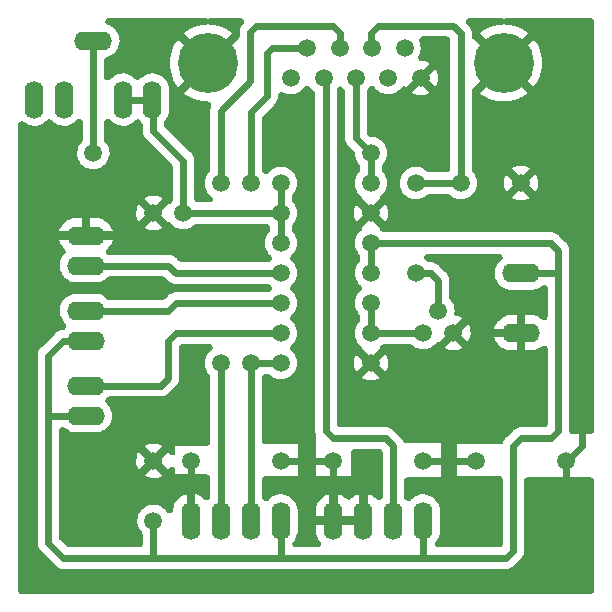
<source format=gbr>
%TF.GenerationSoftware,KiCad,Pcbnew,(6.0.6)*%
%TF.CreationDate,2022-08-19T16:39:26-03:00*%
%TF.ProjectId,hub_exterior,6875625f-6578-4746-9572-696f722e6b69,rev?*%
%TF.SameCoordinates,Original*%
%TF.FileFunction,Copper,L2,Bot*%
%TF.FilePolarity,Positive*%
%FSLAX46Y46*%
G04 Gerber Fmt 4.6, Leading zero omitted, Abs format (unit mm)*
G04 Created by KiCad (PCBNEW (6.0.6)) date 2022-08-19 16:39:26*
%MOMM*%
%LPD*%
G01*
G04 APERTURE LIST*
%TA.AperFunction,ComponentPad*%
%ADD10C,1.500000*%
%TD*%
%TA.AperFunction,ComponentPad*%
%ADD11O,1.600000X3.200000*%
%TD*%
%TA.AperFunction,ComponentPad*%
%ADD12O,3.200000X1.600000*%
%TD*%
%TA.AperFunction,ComponentPad*%
%ADD13C,5.080000*%
%TD*%
%TA.AperFunction,ViaPad*%
%ADD14C,1.500000*%
%TD*%
%TA.AperFunction,Conductor*%
%ADD15C,0.600000*%
%TD*%
G04 APERTURE END LIST*
D10*
%TO.P,R3,1*%
%TO.N,N$3*%
X154216100Y-107543600D03*
%TO.P,R3,2*%
%TO.N,N$6*%
X146596100Y-107543600D03*
%TD*%
D11*
%TO.P,X4,1*%
%TO.N,GND*%
X138976100Y-123418600D03*
%TO.P,X4,2*%
%TO.N,N$10*%
X141516100Y-123418600D03*
%TO.P,X4,3*%
%TO.N,N$12*%
X144056100Y-123418600D03*
%TO.P,X4,4*%
%TO.N,+5V*%
X146596100Y-123418600D03*
%TD*%
D10*
%TO.P,R2,1*%
%TO.N,N$3*%
X154216100Y-105003600D03*
%TO.P,R2,2*%
%TO.N,N$5*%
X146596100Y-105003600D03*
%TD*%
%TO.P,C1,1*%
%TO.N,N$8*%
X161836100Y-94843600D03*
%TO.P,C1,2*%
%TO.N,GND*%
X166916100Y-94843600D03*
%TD*%
%TO.P,R9,1*%
%TO.N,N$14*%
X146596100Y-97383600D03*
%TO.P,R9,2*%
%TO.N,GND*%
X154216100Y-97383600D03*
%TD*%
%TO.P,R4,1*%
%TO.N,+5V*%
X154216100Y-102463600D03*
%TO.P,R4,2*%
%TO.N,N$2*%
X146596100Y-102463600D03*
%TD*%
%TO.P,C3,+*%
%TO.N,N$14*%
X138341100Y-97383600D03*
%TO.P,C3,-*%
%TO.N,GND*%
X135801100Y-97383600D03*
%TD*%
D12*
%TO.P,X6,1*%
%TO.N,N$6*%
X130086100Y-111988600D03*
%TO.P,X6,2*%
%TO.N,+5V*%
X130086100Y-114528600D03*
%TD*%
D10*
%TO.P,R1,1*%
%TO.N,N$1*%
X158026100Y-102463600D03*
%TO.P,R1,2*%
%TO.N,N$8*%
X158026100Y-94843600D03*
%TD*%
D11*
%TO.P,X2,1*%
%TO.N,GND*%
X151041100Y-123418600D03*
%TO.P,X2,2*%
X153581100Y-123418600D03*
%TO.P,X2,3*%
%TO.N,N$7*%
X156121100Y-123418600D03*
%TO.P,X2,4*%
%TO.N,+5V*%
X158661100Y-123418600D03*
%TD*%
D10*
%TO.P,R8,1*%
%TO.N,+5V*%
X154216100Y-99923600D03*
%TO.P,R8,2*%
%TO.N,N$14*%
X146596100Y-99923600D03*
%TD*%
D12*
%TO.P,LED0,1*%
%TO.N,GND*%
X130086100Y-99288600D03*
%TO.P,LED0,2*%
%TO.N,N$2*%
X130086100Y-101828600D03*
%TD*%
%TO.P,U$1,P$3*%
%TO.N,N$4*%
X130721100Y-82778600D03*
D11*
%TO.P,U$1,P$4*%
%TO.N,N/C*%
X128221100Y-87778600D03*
%TO.P,U$1,P$5*%
%TO.N,N$14*%
X133221100Y-87778600D03*
%TO.P,U$1,P$6*%
%TO.N,N/C*%
X125721100Y-87778600D03*
%TO.P,U$1,P$7*%
%TO.N,N$14*%
X135721100Y-87778600D03*
%TD*%
D10*
%TO.P,R5,1*%
%TO.N,N$12*%
X146596100Y-110083600D03*
%TO.P,R5,2*%
%TO.N,GND*%
X154216100Y-110083600D03*
%TD*%
%TO.P,C2,1*%
%TO.N,+5V*%
X135801100Y-123438600D03*
%TO.P,C2,2*%
%TO.N,GND*%
X135801100Y-118358600D03*
%TD*%
%TO.P,X1,1*%
%TO.N,N/C*%
X147459700Y-85953600D03*
%TO.P,X1,2*%
%TO.N,N$7*%
X150202900Y-85953600D03*
%TO.P,X1,3*%
%TO.N,N$4*%
X152946100Y-85953600D03*
%TO.P,X1,4*%
%TO.N,N/C*%
X155689300Y-85953600D03*
%TO.P,X1,5*%
%TO.N,GND*%
X158432500Y-85953600D03*
%TO.P,X1,6*%
%TO.N,N$11*%
X148831300Y-83413600D03*
%TO.P,X1,7*%
%TO.N,N$10*%
X151574500Y-83413600D03*
%TO.P,X1,8*%
%TO.N,N$8*%
X154317700Y-83413600D03*
%TO.P,X1,9*%
%TO.N,N/C*%
X157060900Y-83413600D03*
D13*
%TO.P,X1,G1*%
%TO.N,GND*%
X140423900Y-84683600D03*
%TO.P,X1,G2*%
X165468300Y-84683600D03*
%TD*%
D10*
%TO.P,R6,1*%
%TO.N,N$12*%
X144056100Y-110083600D03*
%TO.P,R6,2*%
%TO.N,N$11*%
X144056100Y-94843600D03*
%TD*%
D12*
%TO.P,X5,1*%
%TO.N,N$5*%
X130086100Y-105638600D03*
%TO.P,X5,2*%
%TO.N,+5V*%
X130086100Y-108178600D03*
%TD*%
D10*
%TO.P,Q1,1*%
%TO.N,GND*%
X161201100Y-107543600D03*
%TO.P,Q1,2*%
%TO.N,N$1*%
X159931100Y-105638600D03*
%TO.P,Q1,3*%
%TO.N,N$3*%
X158661100Y-107543600D03*
%TD*%
D12*
%TO.P,X3,1*%
%TO.N,+5V*%
X166916100Y-102489000D03*
%TO.P,X3,2*%
%TO.N,GND*%
X166916100Y-107518200D03*
%TD*%
D10*
%TO.P,R7,1*%
%TO.N,N$14*%
X146596100Y-94843600D03*
%TO.P,R7,2*%
%TO.N,N$4*%
X154216100Y-94843600D03*
%TD*%
D14*
%TO.N,GND*%
X158661100Y-118348600D03*
X146596100Y-118348600D03*
X170726100Y-118348600D03*
X163106100Y-118348600D03*
X151041100Y-118348600D03*
X138976100Y-118348600D03*
%TO.N,N$4*%
X130721100Y-92303600D03*
X154216100Y-92303600D03*
%TO.N,N$10*%
X141516100Y-110083600D03*
X141516100Y-94843600D03*
%TD*%
D15*
%TO.N,GND*%
X163106100Y-118348600D02*
X160888600Y-118348600D01*
X151041100Y-118348600D02*
X151041100Y-123418600D01*
X170726100Y-118348600D02*
X170726100Y-121513600D01*
X138976100Y-118348600D02*
X138976100Y-123418600D01*
X158661100Y-118348600D02*
X160888600Y-118348600D01*
X170726100Y-118348600D02*
X170830400Y-118348600D01*
X170830400Y-118348600D02*
X172085000Y-117094000D01*
X146596100Y-118348600D02*
X151041100Y-118348600D01*
X172085000Y-117094000D02*
X172085000Y-115443000D01*
%TO.N,N$1*%
X158026100Y-102463600D02*
X159296100Y-102463600D01*
X159296100Y-102463600D02*
X159931100Y-103098600D01*
X159931100Y-103098600D02*
X159931100Y-105638600D01*
%TO.N,N$3*%
X154216100Y-107543600D02*
X154216100Y-105003600D01*
X158661100Y-107543600D02*
X154216100Y-107543600D01*
%TO.N,+5V*%
X170091100Y-100558600D02*
X170091100Y-102463600D01*
X154216100Y-102463600D02*
X154216100Y-99923600D01*
X166916100Y-102489000D02*
X170065700Y-102489000D01*
X158661100Y-126593600D02*
X165646100Y-126593600D01*
X158661100Y-126593600D02*
X146596100Y-126593600D01*
X170065700Y-102489000D02*
X170091100Y-102463600D01*
X166281100Y-117078600D02*
X166916100Y-116443600D01*
X135801100Y-123438600D02*
X135801100Y-126593600D01*
X135801100Y-126593600D02*
X128181100Y-126593600D01*
X130086100Y-114528600D02*
X126911100Y-114528600D01*
X170091100Y-115808600D02*
X170091100Y-102463600D01*
X158661100Y-123418600D02*
X158661100Y-126593600D01*
X154216100Y-99923600D02*
X169456100Y-99923600D01*
X165646100Y-126593600D02*
X166281100Y-125958600D01*
X169456100Y-99923600D02*
X170091100Y-100558600D01*
X146596100Y-126593600D02*
X135801100Y-126593600D01*
X126911100Y-114528600D02*
X126911100Y-109448600D01*
X166916100Y-116443600D02*
X169456100Y-116443600D01*
X166281100Y-125958600D02*
X166281100Y-117078600D01*
X146596100Y-123418600D02*
X146596100Y-126593600D01*
X128181100Y-108178600D02*
X126911100Y-109448600D01*
X128181100Y-126593600D02*
X126911100Y-125323600D01*
X126911100Y-125323600D02*
X126911100Y-114528600D01*
X130086100Y-108178600D02*
X128181100Y-108178600D01*
X169456100Y-116443600D02*
X170091100Y-115808600D01*
%TO.N,N$4*%
X130721100Y-82778600D02*
X130721100Y-92303600D01*
X154216100Y-92303600D02*
X154216100Y-94843600D01*
X152946100Y-91033600D02*
X154216100Y-92303600D01*
X152946100Y-85953600D02*
X152946100Y-91033600D01*
%TO.N,N$8*%
X154216100Y-83413600D02*
X154216100Y-82143600D01*
X154851100Y-81508600D02*
X161201100Y-81508600D01*
X154317700Y-83413600D02*
X154216100Y-83413600D01*
X161201100Y-81508600D02*
X161836100Y-82143600D01*
X154216100Y-82143600D02*
X154851100Y-81508600D01*
X161836100Y-94843600D02*
X161836100Y-82143600D01*
X158026100Y-94843600D02*
X161836100Y-94843600D01*
%TO.N,N$2*%
X137071100Y-101828600D02*
X130086100Y-101828600D01*
X146596100Y-102463600D02*
X137706100Y-102463600D01*
X137706100Y-102463600D02*
X137071100Y-101828600D01*
%TO.N,N$5*%
X146596100Y-105003600D02*
X137706100Y-105003600D01*
X137706100Y-105003600D02*
X137071100Y-105638600D01*
X130086100Y-105638600D02*
X137071100Y-105638600D01*
%TO.N,N$6*%
X137706100Y-107543600D02*
X137071100Y-108178600D01*
X136436100Y-111988600D02*
X130086100Y-111988600D01*
X146596100Y-107543600D02*
X137706100Y-107543600D01*
X137071100Y-111353600D02*
X136436100Y-111988600D01*
X137071100Y-108178600D02*
X137071100Y-111353600D01*
%TO.N,N$7*%
X150202900Y-85953600D02*
X150406100Y-85953600D01*
X155486100Y-116443600D02*
X151041100Y-116443600D01*
X151041100Y-116443600D02*
X150406100Y-115808600D01*
X156121100Y-123418600D02*
X156121100Y-117078600D01*
X156121100Y-117078600D02*
X155486100Y-116443600D01*
X150406100Y-115808600D02*
X150406100Y-85953600D01*
%TO.N,N$10*%
X141516100Y-110083600D02*
X141516100Y-123418600D01*
X151574500Y-82105500D02*
X151003000Y-81534000D01*
X151574500Y-83413600D02*
X151574500Y-82105500D01*
X151003000Y-81534000D02*
X144526000Y-81534000D01*
X144018000Y-86233000D02*
X141516100Y-88734900D01*
X144526000Y-81534000D02*
X144018000Y-82042000D01*
X144018000Y-82042000D02*
X144018000Y-86233000D01*
X141516100Y-88734900D02*
X141516100Y-94843600D01*
%TO.N,N$11*%
X145821400Y-83413600D02*
X145415000Y-83820000D01*
X148831300Y-83413600D02*
X145821400Y-83413600D01*
X144056100Y-88861900D02*
X144056100Y-94843600D01*
X145415000Y-87503000D02*
X144056100Y-88861900D01*
X145415000Y-83820000D02*
X145415000Y-87503000D01*
%TO.N,N$12*%
X144056100Y-123418600D02*
X144056100Y-110083600D01*
X144056100Y-110083600D02*
X146596100Y-110083600D01*
%TO.N,N$14*%
X146596100Y-94843600D02*
X146596100Y-97383600D01*
X135801100Y-90398600D02*
X135801100Y-87858600D01*
X133221100Y-87778600D02*
X135721100Y-87778600D01*
X138341100Y-97383600D02*
X146596100Y-97383600D01*
X135801100Y-87858600D02*
X135721100Y-87778600D01*
X138341100Y-97383600D02*
X138341100Y-92938600D01*
X133261100Y-87818600D02*
X133221100Y-87778600D01*
X146596100Y-99923600D02*
X146596100Y-97383600D01*
X138341100Y-92938600D02*
X135801100Y-90398600D01*
%TD*%
%TA.AperFunction,Conductor*%
%TO.N,GND*%
G36*
X132012025Y-89413902D02*
G01*
X132110388Y-89462881D01*
X132146548Y-89495104D01*
X132274616Y-89629355D01*
X132274621Y-89629359D01*
X132283361Y-89638521D01*
X132475353Y-89781366D01*
X132486643Y-89787106D01*
X132677379Y-89884082D01*
X132677385Y-89884084D01*
X132688668Y-89889821D01*
X132700753Y-89893573D01*
X132700759Y-89893576D01*
X132905119Y-89957032D01*
X132905124Y-89957033D01*
X132917207Y-89960785D01*
X132975725Y-89968541D01*
X133141885Y-89990564D01*
X133141889Y-89990564D01*
X133154435Y-89992227D01*
X133167089Y-89991752D01*
X133167090Y-89991752D01*
X133221524Y-89989708D01*
X133393569Y-89983249D01*
X133627772Y-89934108D01*
X133850347Y-89846209D01*
X133957206Y-89781366D01*
X134044104Y-89728636D01*
X134044110Y-89728632D01*
X134054930Y-89722066D01*
X134072326Y-89706971D01*
X134226111Y-89573522D01*
X134226111Y-89573521D01*
X134235670Y-89565227D01*
X134243694Y-89555441D01*
X134252528Y-89546357D01*
X134253746Y-89547542D01*
X134326335Y-89486505D01*
X134430303Y-89450943D01*
X134540097Y-89455340D01*
X134640889Y-89499102D01*
X134689787Y-89540430D01*
X134783361Y-89638521D01*
X134791007Y-89644210D01*
X134857638Y-89729763D01*
X134889280Y-89834991D01*
X134891000Y-89867012D01*
X134891000Y-90303449D01*
X134889733Y-90319542D01*
X134890513Y-90319583D01*
X134889693Y-90335232D01*
X134887242Y-90350707D01*
X134888062Y-90366353D01*
X134890590Y-90414600D01*
X134891000Y-90430246D01*
X134891000Y-90446297D01*
X134891818Y-90454079D01*
X134891818Y-90454080D01*
X134892678Y-90462265D01*
X134893905Y-90477865D01*
X134897253Y-90541755D01*
X134901309Y-90556891D01*
X134902612Y-90565120D01*
X134904346Y-90573276D01*
X134905984Y-90588863D01*
X134910826Y-90603764D01*
X134925764Y-90649738D01*
X134930208Y-90664743D01*
X134946769Y-90726547D01*
X134953878Y-90740500D01*
X134956872Y-90748299D01*
X134960264Y-90755918D01*
X134965103Y-90770810D01*
X134972934Y-90784373D01*
X134997102Y-90826233D01*
X135004573Y-90839995D01*
X135033621Y-90897006D01*
X135043489Y-90909191D01*
X135048017Y-90916164D01*
X135052918Y-90922911D01*
X135060758Y-90936490D01*
X135071243Y-90948134D01*
X135071249Y-90948143D01*
X135103581Y-90984051D01*
X135113741Y-90995945D01*
X135123835Y-91008411D01*
X135135177Y-91019753D01*
X135145952Y-91031106D01*
X135188770Y-91078661D01*
X135201447Y-91087872D01*
X135213089Y-91098354D01*
X135212568Y-91098933D01*
X135224845Y-91109421D01*
X137343425Y-93228000D01*
X137405523Y-93318653D01*
X137430681Y-93425616D01*
X137431000Y-93439425D01*
X137431000Y-96247325D01*
X137410809Y-96355336D01*
X137348168Y-96453898D01*
X137280482Y-96524728D01*
X137276484Y-96530589D01*
X137194575Y-96600327D01*
X137090827Y-96636527D01*
X137053394Y-96637994D01*
X137041716Y-96641568D01*
X137028111Y-96651563D01*
X136315665Y-97364010D01*
X136302056Y-97383876D01*
X136309229Y-97396755D01*
X137027484Y-98115010D01*
X137049166Y-98129863D01*
X137082431Y-98137687D01*
X137121350Y-98139486D01*
X137221870Y-98183870D01*
X137278893Y-98234775D01*
X137386227Y-98358684D01*
X137395663Y-98366518D01*
X137395664Y-98366519D01*
X137467308Y-98425999D01*
X137558305Y-98501547D01*
X137751406Y-98614386D01*
X137762875Y-98618766D01*
X137762876Y-98618766D01*
X137948873Y-98689791D01*
X137948876Y-98689792D01*
X137960344Y-98694171D01*
X137972376Y-98696619D01*
X138167474Y-98736313D01*
X138167476Y-98736313D01*
X138179507Y-98738761D01*
X138191777Y-98739211D01*
X138191778Y-98739211D01*
X138226686Y-98740491D01*
X138403010Y-98746956D01*
X138548466Y-98728323D01*
X138612674Y-98720098D01*
X138612677Y-98720097D01*
X138624850Y-98718538D01*
X138748660Y-98681393D01*
X138827318Y-98657795D01*
X138827321Y-98657794D01*
X138839070Y-98654269D01*
X139039916Y-98555875D01*
X139088736Y-98521052D01*
X139211998Y-98433130D01*
X139211999Y-98433129D01*
X139221995Y-98425999D01*
X139230688Y-98417337D01*
X139230692Y-98417333D01*
X139267246Y-98380906D01*
X139358007Y-98318966D01*
X139465015Y-98293995D01*
X139478301Y-98293700D01*
X145387000Y-98293700D01*
X145495011Y-98313891D01*
X145588435Y-98371736D01*
X145654654Y-98459424D01*
X145684725Y-98565112D01*
X145686000Y-98592700D01*
X145686000Y-98787325D01*
X145665809Y-98895336D01*
X145603168Y-98993898D01*
X145543962Y-99055854D01*
X145535482Y-99064728D01*
X145409447Y-99249487D01*
X145315281Y-99452350D01*
X145312003Y-99464170D01*
X145312002Y-99464173D01*
X145262478Y-99642752D01*
X145255513Y-99667869D01*
X145254210Y-99680063D01*
X145254209Y-99680067D01*
X145234507Y-99864417D01*
X145231746Y-99890256D01*
X145244621Y-100113538D01*
X145247316Y-100125498D01*
X145247317Y-100125503D01*
X145286649Y-100300033D01*
X145293790Y-100331719D01*
X145298404Y-100343082D01*
X145298405Y-100343085D01*
X145335174Y-100433634D01*
X145377934Y-100538940D01*
X145384342Y-100549397D01*
X145384343Y-100549399D01*
X145482358Y-100709345D01*
X145494792Y-100729636D01*
X145641227Y-100898684D01*
X145717395Y-100961920D01*
X145787600Y-101046447D01*
X145822530Y-101150630D01*
X145817467Y-101260395D01*
X145773094Y-101360919D01*
X145705927Y-101431075D01*
X145689999Y-101443034D01*
X145681526Y-101451901D01*
X145672763Y-101461071D01*
X145583543Y-101525211D01*
X145477178Y-101552791D01*
X145456593Y-101553500D01*
X138206926Y-101553500D01*
X138098915Y-101533309D01*
X138005491Y-101475464D01*
X137995501Y-101465925D01*
X137781923Y-101252347D01*
X137771436Y-101240071D01*
X137770857Y-101240592D01*
X137760368Y-101228943D01*
X137751161Y-101216270D01*
X137739175Y-101205477D01*
X137703607Y-101173452D01*
X137692253Y-101162677D01*
X137680911Y-101151335D01*
X137668445Y-101141241D01*
X137656551Y-101131081D01*
X137620643Y-101098749D01*
X137620634Y-101098743D01*
X137608990Y-101088258D01*
X137595411Y-101080418D01*
X137588664Y-101075517D01*
X137581691Y-101070989D01*
X137569506Y-101061121D01*
X137512495Y-101032073D01*
X137498733Y-101024602D01*
X137456873Y-101000434D01*
X137443310Y-100992603D01*
X137428418Y-100987764D01*
X137420799Y-100984372D01*
X137413000Y-100981378D01*
X137399047Y-100974269D01*
X137337243Y-100957708D01*
X137322252Y-100953268D01*
X137261363Y-100933484D01*
X137245776Y-100931846D01*
X137237620Y-100930112D01*
X137229391Y-100928809D01*
X137214255Y-100924753D01*
X137198608Y-100923933D01*
X137198607Y-100923933D01*
X137150365Y-100921405D01*
X137134765Y-100920178D01*
X137126580Y-100919318D01*
X137126579Y-100919318D01*
X137118797Y-100918500D01*
X137102746Y-100918500D01*
X137087100Y-100918090D01*
X137070745Y-100917233D01*
X137023207Y-100914742D01*
X137007732Y-100917193D01*
X136992083Y-100918013D01*
X136992042Y-100917233D01*
X136975949Y-100918500D01*
X132099801Y-100918500D01*
X131991790Y-100898309D01*
X131898366Y-100840464D01*
X131890568Y-100832472D01*
X131890368Y-100832678D01*
X131890201Y-100832516D01*
X131889119Y-100830986D01*
X131873954Y-100815444D01*
X131872709Y-100814009D01*
X131875433Y-100811645D01*
X131826732Y-100742818D01*
X131799952Y-100636249D01*
X131813478Y-100527202D01*
X131865482Y-100430405D01*
X131897158Y-100396754D01*
X131977808Y-100323368D01*
X131994499Y-100305469D01*
X132132155Y-100131166D01*
X132145697Y-100110784D01*
X132253037Y-99916338D01*
X132263067Y-99894019D01*
X132337209Y-99684651D01*
X132342577Y-99664337D01*
X132342384Y-99641796D01*
X132339085Y-99640188D01*
X132327335Y-99638600D01*
X127850031Y-99638600D01*
X127827820Y-99642752D01*
X127829458Y-99660430D01*
X127894755Y-99860206D01*
X127904230Y-99882746D01*
X128006792Y-100079767D01*
X128019830Y-100100470D01*
X128153192Y-100278092D01*
X128169427Y-100296378D01*
X128282691Y-100404615D01*
X128346831Y-100493835D01*
X128374409Y-100600200D01*
X128361701Y-100709345D01*
X128310424Y-100806529D01*
X128282502Y-100837131D01*
X128235345Y-100882116D01*
X128235339Y-100882123D01*
X128226179Y-100890861D01*
X128083334Y-101082853D01*
X128077594Y-101094143D01*
X127980618Y-101284879D01*
X127980616Y-101284885D01*
X127974879Y-101296168D01*
X127971127Y-101308253D01*
X127971124Y-101308259D01*
X127907668Y-101512619D01*
X127903915Y-101524707D01*
X127902252Y-101537255D01*
X127876209Y-101733749D01*
X127872473Y-101761935D01*
X127881451Y-102001069D01*
X127930592Y-102235272D01*
X128018491Y-102457847D01*
X128052049Y-102513149D01*
X128136064Y-102651604D01*
X128136068Y-102651610D01*
X128142634Y-102662430D01*
X128150930Y-102671990D01*
X128150932Y-102671993D01*
X128249681Y-102785790D01*
X128299473Y-102843170D01*
X128484523Y-102994902D01*
X128495523Y-103001163D01*
X128495525Y-103001165D01*
X128650530Y-103089399D01*
X128692492Y-103113285D01*
X128917435Y-103194935D01*
X128929894Y-103197188D01*
X128929898Y-103197189D01*
X129058176Y-103220385D01*
X129152918Y-103237517D01*
X129162761Y-103237981D01*
X129162768Y-103237982D01*
X129174482Y-103238534D01*
X129178002Y-103238700D01*
X130946183Y-103238700D01*
X131053453Y-103229598D01*
X131111926Y-103224637D01*
X131111928Y-103224637D01*
X131124546Y-103223566D01*
X131251508Y-103190613D01*
X131343927Y-103166626D01*
X131343930Y-103166625D01*
X131356174Y-103163447D01*
X131443781Y-103123983D01*
X131562816Y-103070362D01*
X131562819Y-103070360D01*
X131574361Y-103065161D01*
X131772868Y-102931518D01*
X131810445Y-102895672D01*
X131875501Y-102833611D01*
X131888353Y-102821351D01*
X131980443Y-102761407D01*
X132094737Y-102738700D01*
X136570274Y-102738700D01*
X136678285Y-102758891D01*
X136771709Y-102816736D01*
X136781699Y-102826275D01*
X136995277Y-103039853D01*
X137005764Y-103052129D01*
X137006343Y-103051608D01*
X137016832Y-103063257D01*
X137026039Y-103075930D01*
X137037678Y-103086410D01*
X137037680Y-103086412D01*
X137073593Y-103118748D01*
X137084947Y-103129523D01*
X137096289Y-103140865D01*
X137102371Y-103145790D01*
X137108753Y-103150958D01*
X137120649Y-103161119D01*
X137156557Y-103193451D01*
X137156566Y-103193457D01*
X137168210Y-103203942D01*
X137181787Y-103211781D01*
X137188541Y-103216687D01*
X137195514Y-103221215D01*
X137207694Y-103231079D01*
X137264738Y-103260145D01*
X137278451Y-103267590D01*
X137333890Y-103299597D01*
X137348794Y-103304439D01*
X137356421Y-103307835D01*
X137364191Y-103310818D01*
X137378153Y-103317932D01*
X137393289Y-103321988D01*
X137393290Y-103321988D01*
X137439968Y-103334495D01*
X137454979Y-103338942D01*
X137500932Y-103353873D01*
X137515837Y-103358716D01*
X137531418Y-103360354D01*
X137539580Y-103362089D01*
X137547815Y-103363393D01*
X137562945Y-103367447D01*
X137578589Y-103368267D01*
X137578590Y-103368267D01*
X137616546Y-103370256D01*
X137626852Y-103370796D01*
X137642456Y-103372024D01*
X137658403Y-103373700D01*
X137674440Y-103373700D01*
X137690087Y-103374110D01*
X137753993Y-103377459D01*
X137769467Y-103375008D01*
X137785119Y-103374188D01*
X137785160Y-103374968D01*
X137801258Y-103373700D01*
X145455012Y-103373700D01*
X145563023Y-103393891D01*
X145646002Y-103442649D01*
X145717395Y-103501920D01*
X145787600Y-103586447D01*
X145822530Y-103690630D01*
X145817467Y-103800395D01*
X145773094Y-103900919D01*
X145705927Y-103971075D01*
X145689999Y-103983034D01*
X145681526Y-103991901D01*
X145672763Y-104001071D01*
X145583543Y-104065211D01*
X145477178Y-104092791D01*
X145456593Y-104093500D01*
X137801260Y-104093500D01*
X137785163Y-104092232D01*
X137785122Y-104093012D01*
X137769465Y-104092192D01*
X137753993Y-104089741D01*
X137691576Y-104093012D01*
X137690088Y-104093090D01*
X137674440Y-104093500D01*
X137658403Y-104093500D01*
X137650620Y-104094318D01*
X137642457Y-104095176D01*
X137626852Y-104096404D01*
X137616546Y-104096944D01*
X137578590Y-104098933D01*
X137578589Y-104098933D01*
X137562945Y-104099753D01*
X137547815Y-104103807D01*
X137539580Y-104105111D01*
X137531418Y-104106846D01*
X137515837Y-104108484D01*
X137500933Y-104113327D01*
X137500932Y-104113327D01*
X137454979Y-104128258D01*
X137439968Y-104132705D01*
X137395097Y-104144728D01*
X137378153Y-104149268D01*
X137364191Y-104156382D01*
X137356421Y-104159365D01*
X137348794Y-104162761D01*
X137333890Y-104167603D01*
X137278451Y-104199610D01*
X137264738Y-104207055D01*
X137207694Y-104236121D01*
X137195514Y-104245985D01*
X137188541Y-104250513D01*
X137181787Y-104255419D01*
X137168210Y-104263258D01*
X137156566Y-104273743D01*
X137156557Y-104273749D01*
X137120649Y-104306081D01*
X137108755Y-104316241D01*
X137096289Y-104326335D01*
X137084947Y-104337677D01*
X137073594Y-104348452D01*
X137026039Y-104391270D01*
X137016828Y-104403947D01*
X137006346Y-104415589D01*
X137005767Y-104415068D01*
X136995279Y-104427345D01*
X136781699Y-104640925D01*
X136691046Y-104703023D01*
X136584083Y-104728181D01*
X136570274Y-104728500D01*
X132099801Y-104728500D01*
X131991790Y-104708309D01*
X131898366Y-104650464D01*
X131890310Y-104642207D01*
X131890103Y-104642420D01*
X131881022Y-104633589D01*
X131872727Y-104624030D01*
X131687677Y-104472298D01*
X131676677Y-104466037D01*
X131676675Y-104466035D01*
X131490711Y-104360178D01*
X131490708Y-104360177D01*
X131479708Y-104353915D01*
X131254765Y-104272265D01*
X131242306Y-104270012D01*
X131242302Y-104270011D01*
X131028987Y-104231438D01*
X131028988Y-104231438D01*
X131019282Y-104229683D01*
X131009439Y-104229219D01*
X131009432Y-104229218D01*
X130997718Y-104228666D01*
X130994198Y-104228500D01*
X129226017Y-104228500D01*
X129118747Y-104237602D01*
X129060274Y-104242563D01*
X129060272Y-104242563D01*
X129047654Y-104243634D01*
X128972046Y-104263258D01*
X128828273Y-104300574D01*
X128828270Y-104300575D01*
X128816026Y-104303753D01*
X128804489Y-104308950D01*
X128609384Y-104396838D01*
X128609381Y-104396840D01*
X128597839Y-104402039D01*
X128493480Y-104472298D01*
X128420812Y-104521221D01*
X128399332Y-104535682D01*
X128226179Y-104700861D01*
X128083334Y-104892853D01*
X128077594Y-104904143D01*
X127980618Y-105094879D01*
X127980616Y-105094885D01*
X127974879Y-105106168D01*
X127971127Y-105118253D01*
X127971124Y-105118259D01*
X127913527Y-105303751D01*
X127903915Y-105334707D01*
X127902252Y-105347255D01*
X127881212Y-105506002D01*
X127872473Y-105571935D01*
X127881451Y-105811069D01*
X127930592Y-106045272D01*
X128018491Y-106267847D01*
X128025060Y-106278672D01*
X128136064Y-106461604D01*
X128136068Y-106461610D01*
X128142634Y-106472430D01*
X128150930Y-106481990D01*
X128150932Y-106481993D01*
X128226339Y-106568891D01*
X128299473Y-106653170D01*
X128309259Y-106661194D01*
X128309262Y-106661197D01*
X128330016Y-106678214D01*
X128400738Y-106762312D01*
X128436305Y-106866279D01*
X128431913Y-106976073D01*
X128388155Y-107076867D01*
X128346819Y-107125776D01*
X128279662Y-107189840D01*
X128187571Y-107249785D01*
X128088928Y-107272082D01*
X128074514Y-107272838D01*
X128037945Y-107274754D01*
X128022805Y-107278811D01*
X128014565Y-107280116D01*
X128006426Y-107281846D01*
X127990837Y-107283484D01*
X127929945Y-107303269D01*
X127914953Y-107307709D01*
X127853153Y-107324269D01*
X127839199Y-107331379D01*
X127831401Y-107334372D01*
X127823782Y-107337764D01*
X127808890Y-107342603D01*
X127795327Y-107350434D01*
X127753467Y-107374602D01*
X127739705Y-107382073D01*
X127682694Y-107411121D01*
X127670509Y-107420989D01*
X127663536Y-107425517D01*
X127656789Y-107430418D01*
X127643210Y-107438258D01*
X127631566Y-107448743D01*
X127631557Y-107448749D01*
X127595649Y-107481081D01*
X127583755Y-107491241D01*
X127571289Y-107501335D01*
X127559947Y-107512677D01*
X127548594Y-107523452D01*
X127501039Y-107566270D01*
X127491828Y-107578947D01*
X127481346Y-107590589D01*
X127480767Y-107590068D01*
X127470279Y-107602345D01*
X126334847Y-108737777D01*
X126322571Y-108748264D01*
X126323092Y-108748843D01*
X126311443Y-108759332D01*
X126298770Y-108768539D01*
X126288290Y-108780178D01*
X126288288Y-108780180D01*
X126255952Y-108816093D01*
X126245177Y-108827447D01*
X126233835Y-108838789D01*
X126228910Y-108844871D01*
X126223742Y-108851253D01*
X126213581Y-108863149D01*
X126181249Y-108899057D01*
X126181243Y-108899066D01*
X126170758Y-108910710D01*
X126162918Y-108924289D01*
X126158017Y-108931036D01*
X126153489Y-108938009D01*
X126143621Y-108950194D01*
X126136505Y-108964161D01*
X126136504Y-108964162D01*
X126114574Y-109007204D01*
X126107102Y-109020966D01*
X126075103Y-109076390D01*
X126070264Y-109091282D01*
X126066872Y-109098901D01*
X126063878Y-109106700D01*
X126056769Y-109120653D01*
X126050189Y-109145211D01*
X126040209Y-109182454D01*
X126035768Y-109197448D01*
X126015984Y-109258337D01*
X126014346Y-109273924D01*
X126012612Y-109282080D01*
X126011309Y-109290309D01*
X126007253Y-109305445D01*
X126006433Y-109321092D01*
X126006433Y-109321093D01*
X126003905Y-109369335D01*
X126002678Y-109384935D01*
X126001000Y-109400903D01*
X126001000Y-109416954D01*
X126000590Y-109432600D01*
X125997242Y-109496493D01*
X125999693Y-109511968D01*
X126000513Y-109527617D01*
X125999733Y-109527658D01*
X126001000Y-109543751D01*
X126001000Y-125228449D01*
X125999733Y-125244542D01*
X126000513Y-125244583D01*
X125999693Y-125260232D01*
X125997242Y-125275707D01*
X125998062Y-125291353D01*
X126000590Y-125339600D01*
X126001000Y-125355246D01*
X126001000Y-125371297D01*
X126001818Y-125379079D01*
X126001818Y-125379080D01*
X126002678Y-125387265D01*
X126003905Y-125402865D01*
X126006433Y-125451107D01*
X126007253Y-125466755D01*
X126011309Y-125481891D01*
X126012612Y-125490120D01*
X126014346Y-125498276D01*
X126015984Y-125513863D01*
X126020826Y-125528764D01*
X126035764Y-125574738D01*
X126040208Y-125589743D01*
X126056769Y-125651547D01*
X126063878Y-125665500D01*
X126066872Y-125673299D01*
X126070264Y-125680918D01*
X126075103Y-125695810D01*
X126082934Y-125709373D01*
X126107102Y-125751233D01*
X126114573Y-125764995D01*
X126143621Y-125822006D01*
X126153489Y-125834191D01*
X126158017Y-125841164D01*
X126162918Y-125847911D01*
X126170758Y-125861490D01*
X126181243Y-125873134D01*
X126181249Y-125873143D01*
X126213581Y-125909051D01*
X126223741Y-125920945D01*
X126233835Y-125933411D01*
X126245177Y-125944753D01*
X126255952Y-125956106D01*
X126298770Y-126003661D01*
X126311447Y-126012872D01*
X126323089Y-126023354D01*
X126322568Y-126023933D01*
X126334845Y-126034421D01*
X127470277Y-127169853D01*
X127480764Y-127182129D01*
X127481343Y-127181608D01*
X127491832Y-127193257D01*
X127501039Y-127205930D01*
X127512678Y-127216410D01*
X127512680Y-127216412D01*
X127548593Y-127248748D01*
X127559947Y-127259523D01*
X127571289Y-127270865D01*
X127577371Y-127275790D01*
X127583753Y-127280958D01*
X127595649Y-127291119D01*
X127631557Y-127323451D01*
X127631566Y-127323457D01*
X127643210Y-127333942D01*
X127656789Y-127341782D01*
X127663536Y-127346683D01*
X127670509Y-127351211D01*
X127682694Y-127361079D01*
X127696661Y-127368195D01*
X127696662Y-127368196D01*
X127739704Y-127390126D01*
X127753466Y-127397598D01*
X127808890Y-127429597D01*
X127823782Y-127434436D01*
X127831401Y-127437828D01*
X127839199Y-127440821D01*
X127853153Y-127447931D01*
X127913737Y-127464165D01*
X127914954Y-127464491D01*
X127929945Y-127468931D01*
X127990837Y-127488716D01*
X128006426Y-127490354D01*
X128014565Y-127492084D01*
X128022805Y-127493389D01*
X128037945Y-127497446D01*
X128101833Y-127500794D01*
X128117437Y-127502022D01*
X128133403Y-127503700D01*
X128149459Y-127503700D01*
X128165106Y-127504110D01*
X128228993Y-127507458D01*
X128244466Y-127505007D01*
X128260120Y-127504187D01*
X128260161Y-127504967D01*
X128276253Y-127503700D01*
X165550949Y-127503700D01*
X165567042Y-127504967D01*
X165567083Y-127504187D01*
X165582732Y-127505007D01*
X165598207Y-127507458D01*
X165646018Y-127504953D01*
X165662100Y-127504110D01*
X165677746Y-127503700D01*
X165693797Y-127503700D01*
X165701579Y-127502882D01*
X165701580Y-127502882D01*
X165709765Y-127502022D01*
X165725365Y-127500795D01*
X165773607Y-127498267D01*
X165773608Y-127498267D01*
X165789255Y-127497447D01*
X165804391Y-127493391D01*
X165812620Y-127492088D01*
X165820776Y-127490354D01*
X165836363Y-127488716D01*
X165897252Y-127468932D01*
X165912246Y-127464491D01*
X165958914Y-127451986D01*
X165974047Y-127447931D01*
X165988000Y-127440822D01*
X165995799Y-127437828D01*
X166003418Y-127434436D01*
X166018310Y-127429597D01*
X166073734Y-127397598D01*
X166087496Y-127390126D01*
X166130538Y-127368196D01*
X166130539Y-127368195D01*
X166144506Y-127361079D01*
X166156691Y-127351211D01*
X166163664Y-127346683D01*
X166170411Y-127341782D01*
X166183990Y-127333942D01*
X166195634Y-127323457D01*
X166195643Y-127323451D01*
X166231551Y-127291119D01*
X166243447Y-127280958D01*
X166249829Y-127275790D01*
X166255911Y-127270865D01*
X166267253Y-127259523D01*
X166278607Y-127248748D01*
X166326161Y-127205930D01*
X166335372Y-127193253D01*
X166345854Y-127181611D01*
X166346433Y-127182132D01*
X166356921Y-127169855D01*
X166857353Y-126669423D01*
X166869629Y-126658936D01*
X166869108Y-126658357D01*
X166880757Y-126647868D01*
X166893430Y-126638661D01*
X166936248Y-126591106D01*
X166947023Y-126579753D01*
X166958365Y-126568411D01*
X166968459Y-126555945D01*
X166978619Y-126544051D01*
X167010951Y-126508143D01*
X167010957Y-126508134D01*
X167021442Y-126496490D01*
X167029281Y-126482913D01*
X167034187Y-126476159D01*
X167038715Y-126469186D01*
X167048579Y-126457006D01*
X167077645Y-126399962D01*
X167085090Y-126386249D01*
X167117097Y-126330810D01*
X167121939Y-126315906D01*
X167125335Y-126308279D01*
X167128318Y-126300509D01*
X167135432Y-126286547D01*
X167151995Y-126224732D01*
X167156442Y-126209721D01*
X167171373Y-126163768D01*
X167171373Y-126163767D01*
X167176216Y-126148863D01*
X167177854Y-126133282D01*
X167179589Y-126125120D01*
X167180893Y-126116885D01*
X167184947Y-126101755D01*
X167188296Y-126037848D01*
X167189524Y-126022243D01*
X167190382Y-126014080D01*
X167191200Y-126006297D01*
X167191200Y-125990260D01*
X167191610Y-125974612D01*
X167194139Y-125926354D01*
X167194959Y-125910707D01*
X167192508Y-125895233D01*
X167191688Y-125879581D01*
X167192468Y-125879540D01*
X167191200Y-125863442D01*
X167191200Y-120060000D01*
X167211391Y-119951989D01*
X167269236Y-119858565D01*
X167356924Y-119792346D01*
X167462612Y-119762275D01*
X167490200Y-119761000D01*
X172827000Y-119761000D01*
X172935011Y-119781191D01*
X173028435Y-119839036D01*
X173094654Y-119926724D01*
X173124725Y-120032412D01*
X173126000Y-120060000D01*
X173126000Y-129329500D01*
X173105809Y-129437511D01*
X173047964Y-129530935D01*
X172960276Y-129597154D01*
X172854588Y-129627225D01*
X172827000Y-129628500D01*
X124645200Y-129628500D01*
X124537189Y-129608309D01*
X124443765Y-129550464D01*
X124377546Y-129462776D01*
X124347475Y-129357088D01*
X124346200Y-129329500D01*
X124346200Y-98912863D01*
X127829623Y-98912863D01*
X127829816Y-98935404D01*
X127833115Y-98937012D01*
X127844865Y-98938600D01*
X129708392Y-98938600D01*
X129732066Y-98934175D01*
X129736100Y-98919997D01*
X129736100Y-98910892D01*
X130436100Y-98910892D01*
X130440525Y-98934566D01*
X130454703Y-98938600D01*
X132322169Y-98938600D01*
X132344380Y-98934448D01*
X132342742Y-98916770D01*
X132277445Y-98716994D01*
X132267970Y-98694454D01*
X132232211Y-98625761D01*
X135059940Y-98625761D01*
X135076038Y-98639412D01*
X135161836Y-98689548D01*
X135183890Y-98700115D01*
X135383716Y-98776421D01*
X135407199Y-98783244D01*
X135616806Y-98825889D01*
X135641087Y-98828784D01*
X135854839Y-98836621D01*
X135879275Y-98835512D01*
X136091428Y-98808334D01*
X136115361Y-98803247D01*
X136320232Y-98741783D01*
X136343005Y-98732858D01*
X136535079Y-98638762D01*
X136536367Y-98637994D01*
X136545960Y-98628029D01*
X136544456Y-98623810D01*
X136538153Y-98615627D01*
X135820690Y-97898165D01*
X135800824Y-97884556D01*
X135787945Y-97891729D01*
X135073048Y-98606626D01*
X135059940Y-98625761D01*
X132232211Y-98625761D01*
X132165408Y-98497433D01*
X132152370Y-98476730D01*
X132019008Y-98299108D01*
X132002773Y-98280822D01*
X131842188Y-98127365D01*
X131823179Y-98111971D01*
X131639687Y-97986801D01*
X131618422Y-97974722D01*
X131416955Y-97881204D01*
X131393994Y-97872756D01*
X131179968Y-97813401D01*
X131155927Y-97808814D01*
X130974685Y-97789445D01*
X130958826Y-97788600D01*
X130463808Y-97788600D01*
X130440134Y-97793025D01*
X130436100Y-97807203D01*
X130436100Y-98910892D01*
X129736100Y-98910892D01*
X129736100Y-97816308D01*
X129731675Y-97792634D01*
X129717497Y-97788600D01*
X129229705Y-97788600D01*
X129217459Y-97789102D01*
X129052500Y-97802665D01*
X129028368Y-97806660D01*
X128812943Y-97860771D01*
X128789796Y-97868650D01*
X128586093Y-97957223D01*
X128564547Y-97968775D01*
X128378046Y-98089428D01*
X128358667Y-98104353D01*
X128194392Y-98253832D01*
X128177701Y-98271731D01*
X128040045Y-98446034D01*
X128026503Y-98466416D01*
X127919163Y-98660862D01*
X127909133Y-98683181D01*
X127834991Y-98892549D01*
X127829623Y-98912863D01*
X124346200Y-98912863D01*
X124346200Y-97360306D01*
X134347272Y-97360306D01*
X134359585Y-97573846D01*
X134362987Y-97598058D01*
X134410013Y-97806729D01*
X134417325Y-97830061D01*
X134497799Y-98028246D01*
X134508826Y-98050074D01*
X134544056Y-98107564D01*
X134559995Y-98125211D01*
X134575911Y-98113815D01*
X135286535Y-97403190D01*
X135300144Y-97383324D01*
X135292971Y-97370445D01*
X134576465Y-96653939D01*
X134556598Y-96640330D01*
X134554094Y-96641725D01*
X134545094Y-96651617D01*
X134542930Y-96654789D01*
X134530844Y-96676064D01*
X134440791Y-96870066D01*
X134432342Y-96893030D01*
X134375180Y-97099149D01*
X134370600Y-97123162D01*
X134347869Y-97335848D01*
X134347272Y-97360306D01*
X124346200Y-97360306D01*
X124346200Y-96139632D01*
X135058982Y-96139632D01*
X135072598Y-96160124D01*
X135781510Y-96869035D01*
X135801376Y-96882644D01*
X135814255Y-96875471D01*
X136529805Y-96159921D01*
X136542509Y-96141376D01*
X136524890Y-96126802D01*
X136408264Y-96062422D01*
X136385962Y-96052399D01*
X136184326Y-95980996D01*
X136160687Y-95974750D01*
X135950113Y-95937241D01*
X135925752Y-95934938D01*
X135711876Y-95932325D01*
X135687477Y-95934031D01*
X135476036Y-95966386D01*
X135452257Y-95972051D01*
X135248937Y-96038507D01*
X135226395Y-96047983D01*
X135076078Y-96126233D01*
X135058982Y-96139632D01*
X124346200Y-96139632D01*
X124346200Y-89908406D01*
X124366391Y-89800395D01*
X124424236Y-89706971D01*
X124511924Y-89640752D01*
X124617612Y-89610681D01*
X124727025Y-89620820D01*
X124823680Y-89668519D01*
X124975353Y-89781366D01*
X124986643Y-89787106D01*
X125177379Y-89884082D01*
X125177385Y-89884084D01*
X125188668Y-89889821D01*
X125200753Y-89893573D01*
X125200759Y-89893576D01*
X125405119Y-89957032D01*
X125405124Y-89957033D01*
X125417207Y-89960785D01*
X125475725Y-89968541D01*
X125641885Y-89990564D01*
X125641889Y-89990564D01*
X125654435Y-89992227D01*
X125667089Y-89991752D01*
X125667090Y-89991752D01*
X125721524Y-89989708D01*
X125893569Y-89983249D01*
X126127772Y-89934108D01*
X126350347Y-89846209D01*
X126457206Y-89781366D01*
X126544104Y-89728636D01*
X126544110Y-89728632D01*
X126554930Y-89722066D01*
X126572326Y-89706971D01*
X126726111Y-89573522D01*
X126726111Y-89573521D01*
X126735670Y-89565227D01*
X126743694Y-89555441D01*
X126752528Y-89546357D01*
X126753746Y-89547542D01*
X126826335Y-89486505D01*
X126930303Y-89450943D01*
X127040097Y-89455340D01*
X127140889Y-89499102D01*
X127189787Y-89540430D01*
X127283361Y-89638521D01*
X127475353Y-89781366D01*
X127486643Y-89787106D01*
X127677379Y-89884082D01*
X127677385Y-89884084D01*
X127688668Y-89889821D01*
X127700753Y-89893573D01*
X127700759Y-89893576D01*
X127905119Y-89957032D01*
X127905124Y-89957033D01*
X127917207Y-89960785D01*
X127975725Y-89968541D01*
X128141885Y-89990564D01*
X128141889Y-89990564D01*
X128154435Y-89992227D01*
X128167089Y-89991752D01*
X128167090Y-89991752D01*
X128221524Y-89989708D01*
X128393569Y-89983249D01*
X128627772Y-89934108D01*
X128850347Y-89846209D01*
X128957206Y-89781366D01*
X129044104Y-89728636D01*
X129044110Y-89728632D01*
X129054930Y-89722066D01*
X129072326Y-89706971D01*
X129226111Y-89573522D01*
X129226111Y-89573521D01*
X129235670Y-89565227D01*
X129280787Y-89510203D01*
X129364886Y-89439481D01*
X129468853Y-89403916D01*
X129578647Y-89408309D01*
X129679441Y-89452067D01*
X129757620Y-89529282D01*
X129802627Y-89629524D01*
X129811000Y-89699786D01*
X129811000Y-91167325D01*
X129790809Y-91275336D01*
X129728168Y-91373898D01*
X129668962Y-91435854D01*
X129660482Y-91444728D01*
X129534447Y-91629487D01*
X129440281Y-91832350D01*
X129437003Y-91844170D01*
X129437002Y-91844173D01*
X129428263Y-91875686D01*
X129380513Y-92047869D01*
X129379210Y-92060063D01*
X129379209Y-92060067D01*
X129358050Y-92258052D01*
X129356746Y-92270256D01*
X129369621Y-92493538D01*
X129372316Y-92505498D01*
X129372317Y-92505503D01*
X129416093Y-92699753D01*
X129418790Y-92711719D01*
X129423404Y-92723082D01*
X129423405Y-92723085D01*
X129452788Y-92795445D01*
X129502934Y-92918940D01*
X129509342Y-92929397D01*
X129509343Y-92929399D01*
X129563429Y-93017659D01*
X129619792Y-93109636D01*
X129766227Y-93278684D01*
X129775663Y-93286518D01*
X129775664Y-93286519D01*
X129841236Y-93340958D01*
X129938305Y-93421547D01*
X130131406Y-93534386D01*
X130142875Y-93538766D01*
X130142876Y-93538766D01*
X130328873Y-93609791D01*
X130328876Y-93609792D01*
X130340344Y-93614171D01*
X130352376Y-93616619D01*
X130547474Y-93656313D01*
X130547476Y-93656313D01*
X130559507Y-93658761D01*
X130571777Y-93659211D01*
X130571778Y-93659211D01*
X130606686Y-93660491D01*
X130783010Y-93666956D01*
X130928466Y-93648323D01*
X130992674Y-93640098D01*
X130992677Y-93640097D01*
X131004850Y-93638538D01*
X131134531Y-93599632D01*
X131207318Y-93577795D01*
X131207321Y-93577794D01*
X131219070Y-93574269D01*
X131419916Y-93475875D01*
X131468736Y-93441052D01*
X131591998Y-93353130D01*
X131591999Y-93353129D01*
X131601995Y-93345999D01*
X131610688Y-93337337D01*
X131610692Y-93337333D01*
X131702246Y-93246098D01*
X131760418Y-93188129D01*
X131890929Y-93006504D01*
X131990023Y-92806002D01*
X132055039Y-92592008D01*
X132084232Y-92370268D01*
X132084651Y-92353152D01*
X132085667Y-92311551D01*
X132085667Y-92311546D01*
X132085861Y-92303600D01*
X132067535Y-92080699D01*
X132013050Y-91863784D01*
X131923869Y-91658681D01*
X131802386Y-91470898D01*
X131709048Y-91368320D01*
X131651291Y-91274846D01*
X131631200Y-91167093D01*
X131631200Y-89701488D01*
X131651391Y-89593477D01*
X131709236Y-89500053D01*
X131796924Y-89433834D01*
X131902612Y-89403763D01*
X132012025Y-89413902D01*
G37*
%TD.AperFunction*%
%TA.AperFunction,Conductor*%
G36*
X165358635Y-80868891D02*
G01*
X165452059Y-80926736D01*
X165469271Y-80949528D01*
X165473848Y-80942417D01*
X165562685Y-80877748D01*
X165668884Y-80849537D01*
X165691241Y-80848700D01*
X172827000Y-80848700D01*
X172935011Y-80868891D01*
X173028435Y-80926736D01*
X173094654Y-81014424D01*
X173124725Y-81120112D01*
X173126000Y-81147700D01*
X173126000Y-115779000D01*
X173105809Y-115887011D01*
X173047964Y-115980435D01*
X172960276Y-116046654D01*
X172854588Y-116076725D01*
X172827000Y-116078000D01*
X171303410Y-116078000D01*
X171195399Y-116057809D01*
X171101975Y-115999964D01*
X171035756Y-115912276D01*
X171005685Y-115806588D01*
X171005394Y-115791979D01*
X171004959Y-115792002D01*
X171004139Y-115776353D01*
X171004959Y-115760707D01*
X171002508Y-115745233D01*
X171001688Y-115729581D01*
X171002468Y-115729540D01*
X171001200Y-115713442D01*
X171001200Y-102495241D01*
X171001610Y-102479593D01*
X171004138Y-102431354D01*
X171004958Y-102415707D01*
X171002507Y-102400232D01*
X171001687Y-102384582D01*
X171002467Y-102384541D01*
X171001200Y-102368449D01*
X171001200Y-100653760D01*
X171002468Y-100637663D01*
X171001688Y-100637622D01*
X171002508Y-100621965D01*
X171004959Y-100606493D01*
X171001610Y-100542587D01*
X171001200Y-100526940D01*
X171001200Y-100510903D01*
X170999524Y-100494956D01*
X170998296Y-100479351D01*
X170995767Y-100431090D01*
X170995767Y-100431089D01*
X170994947Y-100415445D01*
X170990893Y-100400315D01*
X170989589Y-100392080D01*
X170987854Y-100383918D01*
X170986216Y-100368337D01*
X170974318Y-100331719D01*
X170966442Y-100307479D01*
X170961995Y-100292468D01*
X170949488Y-100245790D01*
X170949488Y-100245789D01*
X170945432Y-100230653D01*
X170938318Y-100216691D01*
X170935335Y-100208921D01*
X170931939Y-100201294D01*
X170927097Y-100186390D01*
X170895090Y-100130951D01*
X170887645Y-100117238D01*
X170858579Y-100060194D01*
X170848715Y-100048014D01*
X170844187Y-100041041D01*
X170839281Y-100034287D01*
X170831442Y-100020710D01*
X170820957Y-100009066D01*
X170820951Y-100009057D01*
X170788619Y-99973149D01*
X170778458Y-99961253D01*
X170773290Y-99954871D01*
X170768365Y-99948789D01*
X170757023Y-99937447D01*
X170746248Y-99926093D01*
X170744003Y-99923600D01*
X170703430Y-99878539D01*
X170690753Y-99869328D01*
X170679111Y-99858846D01*
X170679632Y-99858267D01*
X170667355Y-99847779D01*
X170166923Y-99347347D01*
X170156436Y-99335071D01*
X170155857Y-99335592D01*
X170145368Y-99323943D01*
X170136161Y-99311270D01*
X170099968Y-99278681D01*
X170088607Y-99268452D01*
X170077253Y-99257677D01*
X170065911Y-99246335D01*
X170053445Y-99236241D01*
X170041551Y-99226081D01*
X170005643Y-99193749D01*
X170005634Y-99193743D01*
X169993990Y-99183258D01*
X169980411Y-99175418D01*
X169973664Y-99170517D01*
X169966691Y-99165989D01*
X169954506Y-99156121D01*
X169897495Y-99127073D01*
X169883733Y-99119602D01*
X169828310Y-99087603D01*
X169813418Y-99082764D01*
X169805799Y-99079372D01*
X169798000Y-99076378D01*
X169784047Y-99069269D01*
X169722243Y-99052708D01*
X169707252Y-99048268D01*
X169646363Y-99028484D01*
X169630776Y-99026846D01*
X169622620Y-99025112D01*
X169614391Y-99023809D01*
X169599255Y-99019753D01*
X169583608Y-99018933D01*
X169583607Y-99018933D01*
X169535365Y-99016405D01*
X169519765Y-99015178D01*
X169511580Y-99014318D01*
X169511579Y-99014318D01*
X169503797Y-99013500D01*
X169487746Y-99013500D01*
X169472100Y-99013090D01*
X169455745Y-99012233D01*
X169408207Y-99009742D01*
X169392732Y-99012193D01*
X169377083Y-99013013D01*
X169377042Y-99012233D01*
X169360949Y-99013500D01*
X155357563Y-99013500D01*
X155249552Y-98993309D01*
X155154166Y-98933501D01*
X155146865Y-98925477D01*
X155075380Y-98869022D01*
X155003129Y-98786234D01*
X154965663Y-98682936D01*
X154962151Y-98631371D01*
X154959456Y-98623810D01*
X154953153Y-98615627D01*
X154235690Y-97898165D01*
X154215824Y-97884556D01*
X154202945Y-97891729D01*
X153488048Y-98606626D01*
X153473195Y-98628308D01*
X153465440Y-98661284D01*
X153463612Y-98700795D01*
X153419226Y-98801314D01*
X153352084Y-98871436D01*
X153309999Y-98903034D01*
X153202833Y-99015178D01*
X153166968Y-99052709D01*
X153155482Y-99064728D01*
X153029447Y-99249487D01*
X152935281Y-99452350D01*
X152932003Y-99464170D01*
X152932002Y-99464173D01*
X152882478Y-99642752D01*
X152875513Y-99667869D01*
X152874210Y-99680063D01*
X152874209Y-99680067D01*
X152854507Y-99864417D01*
X152851746Y-99890256D01*
X152864621Y-100113538D01*
X152867316Y-100125498D01*
X152867317Y-100125503D01*
X152906649Y-100300033D01*
X152913790Y-100331719D01*
X152918404Y-100343082D01*
X152918405Y-100343085D01*
X152955174Y-100433634D01*
X152997934Y-100538940D01*
X153004342Y-100549397D01*
X153004343Y-100549399D01*
X153102358Y-100709345D01*
X153114792Y-100729636D01*
X153122823Y-100738908D01*
X153122831Y-100738918D01*
X153232999Y-100866098D01*
X153288458Y-100960958D01*
X153306000Y-101061866D01*
X153306000Y-101327325D01*
X153285809Y-101435336D01*
X153223168Y-101533898D01*
X153163962Y-101595854D01*
X153155482Y-101604728D01*
X153029447Y-101789487D01*
X152935281Y-101992350D01*
X152932003Y-102004170D01*
X152932002Y-102004173D01*
X152881825Y-102185107D01*
X152875513Y-102207869D01*
X152874210Y-102220063D01*
X152874209Y-102220067D01*
X152855103Y-102398846D01*
X152851746Y-102430256D01*
X152864621Y-102653538D01*
X152867316Y-102665498D01*
X152867317Y-102665503D01*
X152911093Y-102859753D01*
X152913790Y-102871719D01*
X152918404Y-102883082D01*
X152918405Y-102883085D01*
X152955862Y-102975329D01*
X152997934Y-103078940D01*
X153004342Y-103089397D01*
X153004343Y-103089399D01*
X153095835Y-103238700D01*
X153114792Y-103269636D01*
X153261227Y-103438684D01*
X153337395Y-103501920D01*
X153407600Y-103586447D01*
X153442530Y-103690630D01*
X153437467Y-103800395D01*
X153393094Y-103900919D01*
X153325927Y-103971075D01*
X153309999Y-103983034D01*
X153155482Y-104144728D01*
X153029447Y-104329487D01*
X152935281Y-104532350D01*
X152932003Y-104544170D01*
X152932002Y-104544173D01*
X152913654Y-104610336D01*
X152875513Y-104747869D01*
X152874210Y-104760063D01*
X152874209Y-104760067D01*
X152853446Y-104954349D01*
X152851746Y-104970256D01*
X152864621Y-105193538D01*
X152867316Y-105205498D01*
X152867317Y-105205503D01*
X152899262Y-105347255D01*
X152913790Y-105411719D01*
X152918404Y-105423082D01*
X152918405Y-105423085D01*
X152952074Y-105506002D01*
X152997934Y-105618940D01*
X153004342Y-105629397D01*
X153004343Y-105629399D01*
X153107912Y-105798408D01*
X153114792Y-105809636D01*
X153122823Y-105818908D01*
X153122831Y-105818918D01*
X153232999Y-105946098D01*
X153288458Y-106040958D01*
X153306000Y-106141866D01*
X153306000Y-106407325D01*
X153285809Y-106515336D01*
X153223168Y-106613898D01*
X153168908Y-106670678D01*
X153155482Y-106684728D01*
X153029447Y-106869487D01*
X152935281Y-107072350D01*
X152932003Y-107084170D01*
X152932002Y-107084173D01*
X152881615Y-107265864D01*
X152875513Y-107287869D01*
X152874210Y-107300063D01*
X152874209Y-107300067D01*
X152853050Y-107498052D01*
X152851746Y-107510256D01*
X152864621Y-107733538D01*
X152867316Y-107745498D01*
X152867317Y-107745503D01*
X152908323Y-107927462D01*
X152913790Y-107951719D01*
X152918404Y-107963082D01*
X152918405Y-107963085D01*
X152947788Y-108035445D01*
X152997934Y-108158940D01*
X153004342Y-108169397D01*
X153004343Y-108169399D01*
X153073311Y-108281944D01*
X153114792Y-108349636D01*
X153261227Y-108518684D01*
X153270663Y-108526518D01*
X153270665Y-108526520D01*
X153360739Y-108601302D01*
X153430945Y-108685832D01*
X153465875Y-108790014D01*
X153465603Y-108809381D01*
X153470854Y-108834926D01*
X153487598Y-108860124D01*
X154196510Y-109569035D01*
X154216376Y-109582644D01*
X154229255Y-109575471D01*
X154944805Y-108859921D01*
X154959658Y-108838239D01*
X154967955Y-108802963D01*
X154969567Y-108768094D01*
X155013951Y-108667575D01*
X155078374Y-108601916D01*
X155077635Y-108601042D01*
X155086981Y-108593144D01*
X155086989Y-108593136D01*
X155096995Y-108585999D01*
X155105688Y-108577337D01*
X155105692Y-108577333D01*
X155142246Y-108540906D01*
X155233007Y-108478966D01*
X155340015Y-108453995D01*
X155353301Y-108453700D01*
X157520012Y-108453700D01*
X157628023Y-108473891D01*
X157711004Y-108522650D01*
X157878305Y-108661547D01*
X158071406Y-108774386D01*
X158082875Y-108778766D01*
X158082876Y-108778766D01*
X158268873Y-108849791D01*
X158268876Y-108849792D01*
X158280344Y-108854171D01*
X158292376Y-108856619D01*
X158487474Y-108896313D01*
X158487476Y-108896313D01*
X158499507Y-108898761D01*
X158511777Y-108899211D01*
X158511778Y-108899211D01*
X158546686Y-108900491D01*
X158723010Y-108906956D01*
X158868466Y-108888323D01*
X158932674Y-108880098D01*
X158932677Y-108880097D01*
X158944850Y-108878538D01*
X159068660Y-108841393D01*
X159147318Y-108817795D01*
X159147321Y-108817794D01*
X159159070Y-108814269D01*
X159217262Y-108785761D01*
X160459940Y-108785761D01*
X160476038Y-108799412D01*
X160561836Y-108849548D01*
X160583890Y-108860115D01*
X160783716Y-108936421D01*
X160807199Y-108943244D01*
X161016806Y-108985889D01*
X161041087Y-108988784D01*
X161254839Y-108996621D01*
X161279275Y-108995512D01*
X161491428Y-108968334D01*
X161515361Y-108963247D01*
X161720232Y-108901783D01*
X161743005Y-108892858D01*
X161935079Y-108798762D01*
X161936367Y-108797994D01*
X161945960Y-108788029D01*
X161944456Y-108783810D01*
X161938153Y-108775627D01*
X161220690Y-108058165D01*
X161200824Y-108044556D01*
X161187945Y-108051729D01*
X160473048Y-108766626D01*
X160459940Y-108785761D01*
X159217262Y-108785761D01*
X159359916Y-108715875D01*
X159426242Y-108668565D01*
X159531998Y-108593130D01*
X159531999Y-108593129D01*
X159541995Y-108585999D01*
X159550688Y-108577337D01*
X159550692Y-108577333D01*
X159633733Y-108494581D01*
X159700418Y-108428129D01*
X159712242Y-108411674D01*
X159791667Y-108335741D01*
X159893158Y-108293627D01*
X159940331Y-108290994D01*
X159959340Y-108285680D01*
X159975911Y-108273815D01*
X160705849Y-107543876D01*
X161702056Y-107543876D01*
X161709229Y-107556755D01*
X162427484Y-108275010D01*
X162447351Y-108288619D01*
X162450862Y-108286664D01*
X162453698Y-108281944D01*
X162548454Y-108090220D01*
X162557466Y-108067460D01*
X162616745Y-107872352D01*
X164657820Y-107872352D01*
X164659458Y-107890030D01*
X164724755Y-108089806D01*
X164734230Y-108112346D01*
X164836792Y-108309367D01*
X164849830Y-108330070D01*
X164983192Y-108507692D01*
X164999427Y-108525978D01*
X165160012Y-108679435D01*
X165179021Y-108694829D01*
X165362513Y-108819999D01*
X165383778Y-108832078D01*
X165585245Y-108925596D01*
X165608206Y-108934044D01*
X165822232Y-108993399D01*
X165846273Y-108997986D01*
X166027515Y-109017355D01*
X166043374Y-109018200D01*
X166538392Y-109018200D01*
X166562066Y-109013775D01*
X166566100Y-108999597D01*
X166566100Y-107895908D01*
X166561675Y-107872234D01*
X166547497Y-107868200D01*
X164680031Y-107868200D01*
X164657820Y-107872352D01*
X162616745Y-107872352D01*
X162619643Y-107862812D01*
X162624812Y-107838906D01*
X162653294Y-107622559D01*
X162654526Y-107606728D01*
X162655875Y-107551551D01*
X162655417Y-107535675D01*
X162637537Y-107318192D01*
X162633543Y-107294067D01*
X162595463Y-107142463D01*
X164659623Y-107142463D01*
X164659816Y-107165004D01*
X164663115Y-107166612D01*
X164674865Y-107168200D01*
X166538392Y-107168200D01*
X166562066Y-107163775D01*
X166566100Y-107149597D01*
X166566100Y-106045908D01*
X166561675Y-106022234D01*
X166547497Y-106018200D01*
X166059705Y-106018200D01*
X166047459Y-106018702D01*
X165882500Y-106032265D01*
X165858368Y-106036260D01*
X165642943Y-106090371D01*
X165619796Y-106098250D01*
X165416093Y-106186823D01*
X165394547Y-106198375D01*
X165208046Y-106319028D01*
X165188667Y-106333953D01*
X165024392Y-106483432D01*
X165007701Y-106501331D01*
X164870045Y-106675634D01*
X164856503Y-106696016D01*
X164749163Y-106890462D01*
X164739133Y-106912781D01*
X164664991Y-107122149D01*
X164659623Y-107142463D01*
X162595463Y-107142463D01*
X162581435Y-107086616D01*
X162573551Y-107063457D01*
X162488264Y-106867311D01*
X162476699Y-106845743D01*
X162459238Y-106818752D01*
X162442663Y-106801278D01*
X162441716Y-106801568D01*
X162428111Y-106811563D01*
X161715665Y-107524010D01*
X161702056Y-107543876D01*
X160705849Y-107543876D01*
X161201100Y-107048625D01*
X161929806Y-106319920D01*
X161942509Y-106301376D01*
X161924890Y-106286802D01*
X161808264Y-106222422D01*
X161785962Y-106212399D01*
X161584326Y-106140996D01*
X161560696Y-106134753D01*
X161526395Y-106128643D01*
X161423598Y-106089824D01*
X161341766Y-106016492D01*
X161291950Y-105918551D01*
X161280879Y-105809228D01*
X161282386Y-105795249D01*
X161293192Y-105713169D01*
X161293192Y-105713165D01*
X161294232Y-105705268D01*
X161295861Y-105638600D01*
X161277535Y-105415699D01*
X161223050Y-105198784D01*
X161133869Y-104993681D01*
X161012386Y-104805898D01*
X160919048Y-104703320D01*
X160861291Y-104609846D01*
X160841200Y-104502093D01*
X160841200Y-103193760D01*
X160842468Y-103177663D01*
X160841688Y-103177622D01*
X160842508Y-103161965D01*
X160844959Y-103146493D01*
X160842891Y-103107022D01*
X160841610Y-103082588D01*
X160841200Y-103066940D01*
X160841200Y-103050903D01*
X160839524Y-103034956D01*
X160838296Y-103019351D01*
X160835767Y-102971090D01*
X160835767Y-102971089D01*
X160834947Y-102955445D01*
X160830893Y-102940315D01*
X160829589Y-102932080D01*
X160827854Y-102923918D01*
X160826216Y-102908337D01*
X160807649Y-102851194D01*
X160806442Y-102847479D01*
X160801995Y-102832468D01*
X160789488Y-102785790D01*
X160789488Y-102785789D01*
X160785432Y-102770653D01*
X160778318Y-102756691D01*
X160775335Y-102748921D01*
X160771939Y-102741294D01*
X160767097Y-102726390D01*
X160735090Y-102670951D01*
X160727645Y-102657238D01*
X160698579Y-102600194D01*
X160688715Y-102588014D01*
X160684187Y-102581041D01*
X160679281Y-102574287D01*
X160671442Y-102560710D01*
X160660957Y-102549066D01*
X160660951Y-102549057D01*
X160628619Y-102513149D01*
X160618458Y-102501253D01*
X160613290Y-102494871D01*
X160608365Y-102488789D01*
X160597023Y-102477447D01*
X160586248Y-102466093D01*
X160578823Y-102457847D01*
X160543430Y-102418539D01*
X160530753Y-102409328D01*
X160519111Y-102398846D01*
X160519632Y-102398267D01*
X160507355Y-102387779D01*
X160006923Y-101887347D01*
X159996436Y-101875071D01*
X159995857Y-101875592D01*
X159985368Y-101863943D01*
X159976161Y-101851270D01*
X159939968Y-101818681D01*
X159928607Y-101808452D01*
X159917253Y-101797677D01*
X159905911Y-101786335D01*
X159893445Y-101776241D01*
X159881551Y-101766081D01*
X159845643Y-101733749D01*
X159845634Y-101733743D01*
X159833990Y-101723258D01*
X159820411Y-101715418D01*
X159813664Y-101710517D01*
X159806691Y-101705989D01*
X159794506Y-101696121D01*
X159737495Y-101667073D01*
X159723733Y-101659602D01*
X159668310Y-101627603D01*
X159653418Y-101622764D01*
X159645799Y-101619372D01*
X159638000Y-101616378D01*
X159624047Y-101609269D01*
X159562243Y-101592708D01*
X159547252Y-101588268D01*
X159486363Y-101568484D01*
X159470776Y-101566846D01*
X159462620Y-101565112D01*
X159454391Y-101563809D01*
X159439255Y-101559753D01*
X159423608Y-101558933D01*
X159423607Y-101558933D01*
X159375365Y-101556405D01*
X159359765Y-101555178D01*
X159351580Y-101554318D01*
X159351579Y-101554318D01*
X159343797Y-101553500D01*
X159327746Y-101553500D01*
X159312100Y-101553090D01*
X159277195Y-101551261D01*
X159248207Y-101549742D01*
X159232732Y-101552193D01*
X159217083Y-101553013D01*
X159217042Y-101552233D01*
X159200949Y-101553500D01*
X159167563Y-101553500D01*
X159059552Y-101533309D01*
X158964166Y-101473501D01*
X158956865Y-101465477D01*
X158947238Y-101457874D01*
X158947236Y-101457872D01*
X158832612Y-101367348D01*
X158760361Y-101284560D01*
X158722896Y-101181262D01*
X158725276Y-101071406D01*
X158767180Y-100969828D01*
X158842949Y-100890246D01*
X158942349Y-100843409D01*
X159017926Y-100833700D01*
X165070303Y-100833700D01*
X165178314Y-100853891D01*
X165271738Y-100911736D01*
X165337957Y-100999424D01*
X165368028Y-101105112D01*
X165357889Y-101214525D01*
X165308910Y-101312888D01*
X165248738Y-101369879D01*
X165249702Y-101371078D01*
X165239836Y-101379011D01*
X165229332Y-101386082D01*
X165220173Y-101394819D01*
X165220172Y-101394820D01*
X165182167Y-101431075D01*
X165056179Y-101551261D01*
X164913334Y-101743253D01*
X164907594Y-101754543D01*
X164810618Y-101945279D01*
X164810616Y-101945285D01*
X164804879Y-101956568D01*
X164801127Y-101968653D01*
X164801124Y-101968659D01*
X164737668Y-102173019D01*
X164733915Y-102185107D01*
X164732252Y-102197655D01*
X164704848Y-102404417D01*
X164702473Y-102422335D01*
X164711451Y-102661469D01*
X164714052Y-102673865D01*
X164751260Y-102851194D01*
X164760592Y-102895672D01*
X164848491Y-103118247D01*
X164871101Y-103155507D01*
X164966064Y-103312004D01*
X164966068Y-103312010D01*
X164972634Y-103322830D01*
X164980930Y-103332390D01*
X164980932Y-103332393D01*
X165079966Y-103446519D01*
X165129473Y-103503570D01*
X165314523Y-103655302D01*
X165325523Y-103661563D01*
X165325525Y-103661565D01*
X165496297Y-103758774D01*
X165522492Y-103773685D01*
X165747435Y-103855335D01*
X165759894Y-103857588D01*
X165759898Y-103857589D01*
X165888176Y-103880785D01*
X165982918Y-103897917D01*
X165992761Y-103898381D01*
X165992768Y-103898382D01*
X166004482Y-103898934D01*
X166008002Y-103899100D01*
X167776183Y-103899100D01*
X167883453Y-103889998D01*
X167941926Y-103885037D01*
X167941928Y-103885037D01*
X167954546Y-103883966D01*
X168090231Y-103848749D01*
X168173927Y-103827026D01*
X168173930Y-103827025D01*
X168186174Y-103823847D01*
X168287940Y-103778005D01*
X168392816Y-103730762D01*
X168392819Y-103730760D01*
X168404361Y-103725561D01*
X168602868Y-103591918D01*
X168675615Y-103522521D01*
X168767706Y-103462576D01*
X168875232Y-103439946D01*
X168983673Y-103457686D01*
X169078382Y-103513403D01*
X169146569Y-103599569D01*
X169179024Y-103704549D01*
X169181000Y-103738869D01*
X169181000Y-106143891D01*
X169160809Y-106251902D01*
X169102964Y-106345326D01*
X169015276Y-106411545D01*
X168909588Y-106441616D01*
X168800175Y-106431477D01*
X168701812Y-106382498D01*
X168675431Y-106360063D01*
X168672189Y-106356965D01*
X168653179Y-106341571D01*
X168469687Y-106216401D01*
X168448422Y-106204322D01*
X168246955Y-106110804D01*
X168223994Y-106102356D01*
X168009968Y-106043001D01*
X167985927Y-106038414D01*
X167804685Y-106019045D01*
X167788826Y-106018200D01*
X167293808Y-106018200D01*
X167270134Y-106022625D01*
X167266100Y-106036803D01*
X167266100Y-108990492D01*
X167270525Y-109014166D01*
X167284703Y-109018200D01*
X167772495Y-109018200D01*
X167784741Y-109017698D01*
X167949700Y-109004135D01*
X167973832Y-109000140D01*
X168189257Y-108946029D01*
X168212404Y-108938150D01*
X168416107Y-108849577D01*
X168437653Y-108838025D01*
X168624154Y-108717372D01*
X168643526Y-108702453D01*
X168680768Y-108668565D01*
X168774245Y-108610806D01*
X168882275Y-108590714D01*
X168990267Y-108611004D01*
X169083638Y-108668935D01*
X169149776Y-108756684D01*
X169179750Y-108862399D01*
X169181000Y-108889714D01*
X169181000Y-115234500D01*
X169160809Y-115342511D01*
X169102964Y-115435935D01*
X169015276Y-115502154D01*
X168909588Y-115532225D01*
X168882000Y-115533500D01*
X167011260Y-115533500D01*
X166995163Y-115532232D01*
X166995122Y-115533012D01*
X166979465Y-115532192D01*
X166963993Y-115529741D01*
X166916441Y-115532233D01*
X166900088Y-115533090D01*
X166884440Y-115533500D01*
X166868403Y-115533500D01*
X166860620Y-115534318D01*
X166852457Y-115535176D01*
X166836852Y-115536404D01*
X166826546Y-115536944D01*
X166788590Y-115538933D01*
X166788589Y-115538933D01*
X166772945Y-115539753D01*
X166757815Y-115543807D01*
X166749580Y-115545111D01*
X166741418Y-115546846D01*
X166725837Y-115548484D01*
X166710933Y-115553327D01*
X166710932Y-115553327D01*
X166664979Y-115568258D01*
X166649968Y-115572705D01*
X166617510Y-115581402D01*
X166588153Y-115589268D01*
X166574191Y-115596382D01*
X166566421Y-115599365D01*
X166558794Y-115602761D01*
X166543890Y-115607603D01*
X166488451Y-115639610D01*
X166474738Y-115647055D01*
X166417694Y-115676121D01*
X166405514Y-115685985D01*
X166398541Y-115690513D01*
X166391787Y-115695419D01*
X166378210Y-115703258D01*
X166366566Y-115713743D01*
X166366557Y-115713749D01*
X166330649Y-115746081D01*
X166318755Y-115756241D01*
X166306289Y-115766335D01*
X166294947Y-115777677D01*
X166283594Y-115788452D01*
X166236039Y-115831270D01*
X166226828Y-115843947D01*
X166216346Y-115855589D01*
X166215767Y-115855068D01*
X166205279Y-115867345D01*
X165704847Y-116367777D01*
X165692571Y-116378264D01*
X165693092Y-116378843D01*
X165681443Y-116389332D01*
X165668770Y-116398539D01*
X165658290Y-116410178D01*
X165658288Y-116410180D01*
X165625952Y-116446093D01*
X165615177Y-116457447D01*
X165603835Y-116468789D01*
X165598910Y-116474871D01*
X165593742Y-116481253D01*
X165583581Y-116493149D01*
X165551249Y-116529057D01*
X165551243Y-116529066D01*
X165540758Y-116540710D01*
X165532918Y-116554289D01*
X165528017Y-116561036D01*
X165523489Y-116568009D01*
X165513621Y-116580194D01*
X165506505Y-116594161D01*
X165506504Y-116594162D01*
X165484574Y-116637204D01*
X165477102Y-116650966D01*
X165445103Y-116706390D01*
X165440263Y-116721286D01*
X165436877Y-116728891D01*
X165433883Y-116736691D01*
X165426769Y-116750653D01*
X165422712Y-116765794D01*
X165419121Y-116775149D01*
X165361564Y-116868751D01*
X165274082Y-116935240D01*
X165168488Y-116965638D01*
X165139979Y-116967000D01*
X161544000Y-116967000D01*
X161544000Y-119634000D01*
X165072000Y-119634000D01*
X165180011Y-119654191D01*
X165273435Y-119712036D01*
X165339654Y-119799724D01*
X165369725Y-119905412D01*
X165371000Y-119933000D01*
X165371000Y-125384500D01*
X165350809Y-125492511D01*
X165292964Y-125585935D01*
X165205276Y-125652154D01*
X165099588Y-125682225D01*
X165072000Y-125683500D01*
X159915337Y-125683500D01*
X159807326Y-125663309D01*
X159713902Y-125605464D01*
X159647683Y-125517776D01*
X159617612Y-125412088D01*
X159627751Y-125302675D01*
X159676730Y-125204312D01*
X159684124Y-125194917D01*
X159819377Y-125029964D01*
X159827402Y-125020177D01*
X159872955Y-124940153D01*
X159939522Y-124823211D01*
X159939523Y-124823208D01*
X159945785Y-124812208D01*
X160027435Y-124587265D01*
X160047563Y-124475958D01*
X160068262Y-124361487D01*
X160070017Y-124351782D01*
X160071200Y-124326698D01*
X160071200Y-122558517D01*
X160056066Y-122380154D01*
X160007691Y-122193774D01*
X159999126Y-122160773D01*
X159999125Y-122160770D01*
X159995947Y-122148526D01*
X159968567Y-122087745D01*
X159902862Y-121941884D01*
X159902860Y-121941881D01*
X159897661Y-121930339D01*
X159764018Y-121731832D01*
X159677048Y-121640663D01*
X159607578Y-121567840D01*
X159598839Y-121558679D01*
X159406847Y-121415834D01*
X159292231Y-121357560D01*
X159204821Y-121313118D01*
X159204815Y-121313116D01*
X159193532Y-121307379D01*
X159181447Y-121303627D01*
X159181441Y-121303624D01*
X158977081Y-121240168D01*
X158977076Y-121240167D01*
X158964993Y-121236415D01*
X158906475Y-121228659D01*
X158740315Y-121206636D01*
X158740311Y-121206636D01*
X158727765Y-121204973D01*
X158715111Y-121205448D01*
X158715110Y-121205448D01*
X158660676Y-121207492D01*
X158488631Y-121213951D01*
X158254428Y-121263092D01*
X158031853Y-121350991D01*
X158021028Y-121357560D01*
X157838096Y-121468564D01*
X157838090Y-121468568D01*
X157827270Y-121475134D01*
X157817710Y-121483430D01*
X157817707Y-121483432D01*
X157666667Y-121614499D01*
X157646530Y-121631973D01*
X157638506Y-121641759D01*
X157638503Y-121641762D01*
X157621486Y-121662516D01*
X157537388Y-121733238D01*
X157433421Y-121768805D01*
X157323627Y-121764413D01*
X157222833Y-121720655D01*
X157173924Y-121679320D01*
X157172635Y-121677968D01*
X157113851Y-121616347D01*
X157053907Y-121524257D01*
X157031200Y-121409963D01*
X157031200Y-120060000D01*
X157051391Y-119951989D01*
X157109236Y-119858565D01*
X157196924Y-119792346D01*
X157302612Y-119762275D01*
X157330200Y-119761000D01*
X160147000Y-119761000D01*
X160147000Y-116840000D01*
X157206865Y-116840000D01*
X157098854Y-116819809D01*
X157005430Y-116761964D01*
X156947924Y-116690501D01*
X156925100Y-116650969D01*
X156917645Y-116637238D01*
X156888579Y-116580194D01*
X156878715Y-116568014D01*
X156874187Y-116561041D01*
X156869281Y-116554287D01*
X156861442Y-116540710D01*
X156850957Y-116529066D01*
X156850951Y-116529057D01*
X156818619Y-116493149D01*
X156808458Y-116481253D01*
X156803290Y-116474871D01*
X156798365Y-116468789D01*
X156787023Y-116457447D01*
X156776248Y-116446093D01*
X156733430Y-116398539D01*
X156720753Y-116389328D01*
X156709111Y-116378846D01*
X156709632Y-116378267D01*
X156697355Y-116367779D01*
X156196923Y-115867347D01*
X156186436Y-115855071D01*
X156185857Y-115855592D01*
X156175368Y-115843943D01*
X156166161Y-115831270D01*
X156118606Y-115788452D01*
X156107253Y-115777677D01*
X156095911Y-115766335D01*
X156083445Y-115756241D01*
X156071551Y-115746081D01*
X156035643Y-115713749D01*
X156035634Y-115713743D01*
X156023990Y-115703258D01*
X156010411Y-115695418D01*
X156003664Y-115690517D01*
X155996691Y-115685989D01*
X155984506Y-115676121D01*
X155927495Y-115647073D01*
X155913733Y-115639602D01*
X155871873Y-115615434D01*
X155858310Y-115607603D01*
X155843418Y-115602764D01*
X155835799Y-115599372D01*
X155828000Y-115596378D01*
X155814047Y-115589269D01*
X155752243Y-115572708D01*
X155737252Y-115568268D01*
X155676363Y-115548484D01*
X155660776Y-115546846D01*
X155652620Y-115545112D01*
X155644391Y-115543809D01*
X155629255Y-115539753D01*
X155613608Y-115538933D01*
X155613607Y-115538933D01*
X155565365Y-115536405D01*
X155549765Y-115535178D01*
X155541580Y-115534318D01*
X155541579Y-115534318D01*
X155533797Y-115533500D01*
X155517746Y-115533500D01*
X155502100Y-115533090D01*
X155485592Y-115532225D01*
X155438207Y-115529742D01*
X155422732Y-115532193D01*
X155407083Y-115533013D01*
X155407042Y-115532233D01*
X155390949Y-115533500D01*
X151615200Y-115533500D01*
X151507189Y-115513309D01*
X151413765Y-115455464D01*
X151347546Y-115367776D01*
X151317475Y-115262088D01*
X151316200Y-115234500D01*
X151316200Y-111325761D01*
X153474940Y-111325761D01*
X153491038Y-111339412D01*
X153576836Y-111389548D01*
X153598890Y-111400115D01*
X153798716Y-111476421D01*
X153822199Y-111483244D01*
X154031806Y-111525889D01*
X154056087Y-111528784D01*
X154269839Y-111536621D01*
X154294275Y-111535512D01*
X154506428Y-111508334D01*
X154530361Y-111503247D01*
X154735232Y-111441783D01*
X154758005Y-111432858D01*
X154950079Y-111338762D01*
X154951367Y-111337994D01*
X154960960Y-111328029D01*
X154959456Y-111323810D01*
X154953153Y-111315627D01*
X154235690Y-110598165D01*
X154215824Y-110584556D01*
X154202945Y-110591729D01*
X153488048Y-111306626D01*
X153474940Y-111325761D01*
X151316200Y-111325761D01*
X151316200Y-110060306D01*
X152762272Y-110060306D01*
X152774585Y-110273846D01*
X152777987Y-110298058D01*
X152825013Y-110506729D01*
X152832325Y-110530061D01*
X152912799Y-110728246D01*
X152923826Y-110750074D01*
X152959056Y-110807564D01*
X152974995Y-110825211D01*
X152990911Y-110813815D01*
X153701535Y-110103190D01*
X153714766Y-110083876D01*
X154717056Y-110083876D01*
X154724229Y-110096755D01*
X155442484Y-110815010D01*
X155462351Y-110828619D01*
X155465862Y-110826664D01*
X155468698Y-110821944D01*
X155563454Y-110630220D01*
X155572466Y-110607460D01*
X155634643Y-110402812D01*
X155639812Y-110378906D01*
X155668294Y-110162559D01*
X155669526Y-110146728D01*
X155670875Y-110091551D01*
X155670417Y-110075675D01*
X155652537Y-109858192D01*
X155648543Y-109834067D01*
X155596435Y-109626616D01*
X155588551Y-109603457D01*
X155503264Y-109407311D01*
X155491699Y-109385743D01*
X155474238Y-109358752D01*
X155457663Y-109341278D01*
X155456716Y-109341568D01*
X155443111Y-109351563D01*
X154730665Y-110064010D01*
X154717056Y-110083876D01*
X153714766Y-110083876D01*
X153715144Y-110083324D01*
X153707971Y-110070445D01*
X152991465Y-109353939D01*
X152971598Y-109340330D01*
X152969094Y-109341725D01*
X152960094Y-109351617D01*
X152957930Y-109354789D01*
X152945844Y-109376064D01*
X152855791Y-109570066D01*
X152847342Y-109593030D01*
X152790180Y-109799149D01*
X152785600Y-109823162D01*
X152762869Y-110035848D01*
X152762272Y-110060306D01*
X151316200Y-110060306D01*
X151316200Y-97360306D01*
X152762272Y-97360306D01*
X152774585Y-97573846D01*
X152777987Y-97598058D01*
X152825013Y-97806729D01*
X152832325Y-97830061D01*
X152912799Y-98028246D01*
X152923826Y-98050074D01*
X152959056Y-98107564D01*
X152974995Y-98125211D01*
X152990911Y-98113815D01*
X153701535Y-97403190D01*
X153714766Y-97383876D01*
X154717056Y-97383876D01*
X154724229Y-97396755D01*
X155442484Y-98115010D01*
X155462351Y-98128619D01*
X155465862Y-98126664D01*
X155468698Y-98121944D01*
X155563454Y-97930220D01*
X155572466Y-97907460D01*
X155634643Y-97702812D01*
X155639812Y-97678906D01*
X155668294Y-97462559D01*
X155669526Y-97446728D01*
X155670875Y-97391551D01*
X155670417Y-97375675D01*
X155652537Y-97158192D01*
X155648543Y-97134067D01*
X155596435Y-96926616D01*
X155588551Y-96903457D01*
X155503264Y-96707311D01*
X155491699Y-96685743D01*
X155474238Y-96658752D01*
X155457663Y-96641278D01*
X155456716Y-96641568D01*
X155443111Y-96651563D01*
X154730665Y-97364010D01*
X154717056Y-97383876D01*
X153714766Y-97383876D01*
X153715144Y-97383324D01*
X153707971Y-97370445D01*
X152991465Y-96653939D01*
X152971598Y-96640330D01*
X152969094Y-96641725D01*
X152960094Y-96651617D01*
X152957930Y-96654789D01*
X152945844Y-96676064D01*
X152855791Y-96870066D01*
X152847342Y-96893030D01*
X152790180Y-97099149D01*
X152785600Y-97123162D01*
X152762869Y-97335848D01*
X152762272Y-97360306D01*
X151316200Y-97360306D01*
X151316200Y-86950496D01*
X151336391Y-86842485D01*
X151394236Y-86749061D01*
X151481924Y-86682842D01*
X151587612Y-86652771D01*
X151697025Y-86662910D01*
X151795388Y-86711889D01*
X151843514Y-86760742D01*
X151844791Y-86759636D01*
X151962999Y-86896098D01*
X152018458Y-86990958D01*
X152036000Y-87091866D01*
X152036000Y-90938449D01*
X152034733Y-90954542D01*
X152035513Y-90954583D01*
X152034693Y-90970232D01*
X152032242Y-90985707D01*
X152033062Y-91001353D01*
X152035590Y-91049600D01*
X152036000Y-91065246D01*
X152036000Y-91081297D01*
X152036818Y-91089079D01*
X152036818Y-91089080D01*
X152037678Y-91097265D01*
X152038905Y-91112865D01*
X152042253Y-91176755D01*
X152046309Y-91191891D01*
X152047612Y-91200120D01*
X152049346Y-91208276D01*
X152050984Y-91223863D01*
X152067550Y-91274846D01*
X152070764Y-91284738D01*
X152075208Y-91299743D01*
X152091769Y-91361547D01*
X152098878Y-91375500D01*
X152101872Y-91383299D01*
X152105264Y-91390918D01*
X152110103Y-91405810D01*
X152117934Y-91419373D01*
X152142102Y-91461233D01*
X152149573Y-91474995D01*
X152178621Y-91532006D01*
X152188489Y-91544191D01*
X152193017Y-91551164D01*
X152197918Y-91557911D01*
X152205758Y-91571490D01*
X152216243Y-91583134D01*
X152216249Y-91583143D01*
X152248581Y-91619051D01*
X152258741Y-91630945D01*
X152268835Y-91643411D01*
X152280177Y-91654753D01*
X152290952Y-91666106D01*
X152333770Y-91713661D01*
X152346447Y-91722872D01*
X152358089Y-91733354D01*
X152357568Y-91733933D01*
X152369845Y-91744421D01*
X152768534Y-92143110D01*
X152830632Y-92233763D01*
X152855613Y-92337322D01*
X152856526Y-92353152D01*
X152864621Y-92493538D01*
X152867316Y-92505498D01*
X152867317Y-92505503D01*
X152911093Y-92699753D01*
X152913790Y-92711719D01*
X152918404Y-92723082D01*
X152918405Y-92723085D01*
X152947788Y-92795445D01*
X152997934Y-92918940D01*
X153004342Y-92929397D01*
X153004343Y-92929399D01*
X153058429Y-93017659D01*
X153114792Y-93109636D01*
X153122823Y-93118908D01*
X153122831Y-93118918D01*
X153232999Y-93246098D01*
X153288458Y-93340958D01*
X153306000Y-93441866D01*
X153306000Y-93707325D01*
X153285809Y-93815336D01*
X153223168Y-93913898D01*
X153204436Y-93933500D01*
X153155482Y-93984728D01*
X153029447Y-94169487D01*
X152935281Y-94372350D01*
X152932003Y-94384170D01*
X152932002Y-94384173D01*
X152878791Y-94576048D01*
X152875513Y-94587869D01*
X152874210Y-94600063D01*
X152874209Y-94600067D01*
X152853286Y-94795848D01*
X152851746Y-94810256D01*
X152864621Y-95033538D01*
X152867316Y-95045498D01*
X152867317Y-95045503D01*
X152889458Y-95143751D01*
X152913790Y-95251719D01*
X152918404Y-95263082D01*
X152918405Y-95263085D01*
X152948041Y-95336069D01*
X152997934Y-95458940D01*
X153004342Y-95469397D01*
X153004343Y-95469399D01*
X153075313Y-95585211D01*
X153114792Y-95649636D01*
X153261227Y-95818684D01*
X153270663Y-95826518D01*
X153270665Y-95826520D01*
X153360739Y-95901302D01*
X153430945Y-95985832D01*
X153465875Y-96090014D01*
X153465603Y-96109381D01*
X153470854Y-96134926D01*
X153487598Y-96160124D01*
X154196510Y-96869035D01*
X154216376Y-96882644D01*
X154229255Y-96875471D01*
X154944805Y-96159921D01*
X154959658Y-96138239D01*
X154967955Y-96102963D01*
X154969567Y-96068094D01*
X155013951Y-95967575D01*
X155078374Y-95901916D01*
X155077635Y-95901042D01*
X155086981Y-95893144D01*
X155086989Y-95893136D01*
X155096995Y-95885999D01*
X155105688Y-95877337D01*
X155105692Y-95877333D01*
X155197246Y-95786098D01*
X155255418Y-95728129D01*
X155385929Y-95546504D01*
X155485023Y-95346002D01*
X155550039Y-95132008D01*
X155562963Y-95033846D01*
X155578192Y-94918166D01*
X155579232Y-94910268D01*
X155580383Y-94863190D01*
X155580667Y-94851551D01*
X155580667Y-94851546D01*
X155580861Y-94843600D01*
X155562535Y-94620699D01*
X155508050Y-94403784D01*
X155490516Y-94363457D01*
X155423761Y-94209932D01*
X155418869Y-94198681D01*
X155297386Y-94010898D01*
X155204048Y-93908320D01*
X155146291Y-93814846D01*
X155126200Y-93707093D01*
X155126200Y-93441052D01*
X155146391Y-93333041D01*
X155204236Y-93239617D01*
X155214145Y-93229258D01*
X155216530Y-93226881D01*
X155255418Y-93188129D01*
X155385929Y-93006504D01*
X155485023Y-92806002D01*
X155550039Y-92592008D01*
X155579232Y-92370268D01*
X155579651Y-92353152D01*
X155580667Y-92311551D01*
X155580667Y-92311546D01*
X155580861Y-92303600D01*
X155562535Y-92080699D01*
X155508050Y-91863784D01*
X155418869Y-91658681D01*
X155297386Y-91470898D01*
X155238161Y-91405810D01*
X155155123Y-91314552D01*
X155155120Y-91314549D01*
X155146865Y-91305477D01*
X154983874Y-91176755D01*
X154980976Y-91174466D01*
X154980972Y-91174463D01*
X154971347Y-91166862D01*
X154775547Y-91058774D01*
X154749641Y-91049600D01*
X154576289Y-90988213D01*
X154576288Y-90988213D01*
X154564722Y-90984117D01*
X154552648Y-90981966D01*
X154552643Y-90981965D01*
X154440439Y-90961979D01*
X154344535Y-90944896D01*
X154332273Y-90944746D01*
X154332271Y-90944746D01*
X154263702Y-90943908D01*
X154155945Y-90922398D01*
X154055931Y-90856355D01*
X153943775Y-90744199D01*
X153881677Y-90653546D01*
X153856519Y-90546583D01*
X153856200Y-90532774D01*
X153856200Y-87091052D01*
X153876391Y-86983041D01*
X153934236Y-86889617D01*
X153944145Y-86879258D01*
X153946530Y-86876881D01*
X153985418Y-86838129D01*
X154073990Y-86714868D01*
X154153416Y-86638936D01*
X154254908Y-86596824D01*
X154364759Y-86594218D01*
X154468134Y-86631471D01*
X154551070Y-86703552D01*
X154571740Y-86733116D01*
X154576053Y-86740154D01*
X154587992Y-86759636D01*
X154734427Y-86928684D01*
X154743863Y-86936518D01*
X154743864Y-86936519D01*
X154808826Y-86990452D01*
X154906505Y-87071547D01*
X155099606Y-87184386D01*
X155111075Y-87188766D01*
X155111076Y-87188766D01*
X155297073Y-87259791D01*
X155297076Y-87259792D01*
X155308544Y-87264171D01*
X155320576Y-87266619D01*
X155515674Y-87306313D01*
X155515676Y-87306313D01*
X155527707Y-87308761D01*
X155539977Y-87309211D01*
X155539978Y-87309211D01*
X155574886Y-87310491D01*
X155751210Y-87316956D01*
X155896666Y-87298323D01*
X155960874Y-87290098D01*
X155960877Y-87290097D01*
X155973050Y-87288538D01*
X156156175Y-87233598D01*
X156175518Y-87227795D01*
X156175521Y-87227794D01*
X156187270Y-87224269D01*
X156245462Y-87195761D01*
X157691340Y-87195761D01*
X157707438Y-87209412D01*
X157793236Y-87259548D01*
X157815290Y-87270115D01*
X158015116Y-87346421D01*
X158038599Y-87353244D01*
X158248206Y-87395889D01*
X158272487Y-87398784D01*
X158486239Y-87406621D01*
X158510675Y-87405512D01*
X158722828Y-87378334D01*
X158746761Y-87373247D01*
X158951632Y-87311783D01*
X158974405Y-87302858D01*
X159166479Y-87208762D01*
X159167767Y-87207994D01*
X159177360Y-87198029D01*
X159175856Y-87193810D01*
X159169553Y-87185627D01*
X158452090Y-86468165D01*
X158432224Y-86454556D01*
X158419345Y-86461729D01*
X157704448Y-87176626D01*
X157691340Y-87195761D01*
X156245462Y-87195761D01*
X156388116Y-87125875D01*
X156436936Y-87091052D01*
X156560198Y-87003130D01*
X156560199Y-87003129D01*
X156570195Y-86995999D01*
X156578888Y-86987337D01*
X156578892Y-86987333D01*
X156648650Y-86917818D01*
X156728618Y-86838129D01*
X156777364Y-86770292D01*
X156856790Y-86694360D01*
X156958282Y-86652247D01*
X157068133Y-86649642D01*
X157154686Y-86677735D01*
X157190465Y-86695757D01*
X157190740Y-86695680D01*
X157207311Y-86683815D01*
X157937249Y-85953876D01*
X158933456Y-85953876D01*
X158940629Y-85966755D01*
X159658884Y-86685010D01*
X159678751Y-86698619D01*
X159682262Y-86696664D01*
X159685098Y-86691944D01*
X159779854Y-86500220D01*
X159788866Y-86477460D01*
X159851043Y-86272812D01*
X159856212Y-86248906D01*
X159884694Y-86032559D01*
X159885926Y-86016728D01*
X159887275Y-85961551D01*
X159886817Y-85945675D01*
X159868937Y-85728192D01*
X159864943Y-85704067D01*
X159812835Y-85496616D01*
X159804951Y-85473457D01*
X159719664Y-85277311D01*
X159708099Y-85255743D01*
X159690638Y-85228752D01*
X159674063Y-85211278D01*
X159673116Y-85211568D01*
X159659511Y-85221563D01*
X158947065Y-85934010D01*
X158933456Y-85953876D01*
X157937249Y-85953876D01*
X158432500Y-85458625D01*
X159161206Y-84729920D01*
X159173909Y-84711376D01*
X159156290Y-84696802D01*
X159039664Y-84632422D01*
X159017362Y-84622399D01*
X158815726Y-84550996D01*
X158792087Y-84544750D01*
X158581513Y-84507241D01*
X158557152Y-84504938D01*
X158516633Y-84504443D01*
X158408877Y-84482934D01*
X158316167Y-84423951D01*
X158251024Y-84335461D01*
X158222247Y-84229414D01*
X158233721Y-84120132D01*
X158252237Y-84072986D01*
X158324383Y-83927010D01*
X158324385Y-83927005D01*
X158329823Y-83916002D01*
X158394839Y-83702008D01*
X158400839Y-83656438D01*
X158422992Y-83488166D01*
X158424032Y-83480268D01*
X158425661Y-83413600D01*
X158407335Y-83190699D01*
X158377004Y-83069945D01*
X158355840Y-82985686D01*
X158355838Y-82985681D01*
X158352850Y-82973784D01*
X158347954Y-82962523D01*
X158293343Y-82836925D01*
X158268790Y-82729821D01*
X158284585Y-82621080D01*
X158338596Y-82525388D01*
X158423527Y-82455669D01*
X158527909Y-82421339D01*
X158567544Y-82418700D01*
X160627000Y-82418700D01*
X160735011Y-82438891D01*
X160828435Y-82496736D01*
X160894654Y-82584424D01*
X160924725Y-82690112D01*
X160926000Y-82717700D01*
X160926000Y-93634500D01*
X160905809Y-93742511D01*
X160847964Y-93835935D01*
X160760276Y-93902154D01*
X160654588Y-93932225D01*
X160627000Y-93933500D01*
X159167563Y-93933500D01*
X159059552Y-93913309D01*
X158964166Y-93853501D01*
X158956865Y-93845477D01*
X158918700Y-93815336D01*
X158790976Y-93714466D01*
X158790972Y-93714463D01*
X158781347Y-93706862D01*
X158585547Y-93598774D01*
X158550133Y-93586233D01*
X158386289Y-93528213D01*
X158386288Y-93528213D01*
X158374722Y-93524117D01*
X158362648Y-93521966D01*
X158362643Y-93521965D01*
X158230947Y-93498507D01*
X158154535Y-93484896D01*
X158142273Y-93484746D01*
X158142271Y-93484746D01*
X158001264Y-93483023D01*
X157930899Y-93482163D01*
X157918771Y-93484019D01*
X157918769Y-93484019D01*
X157721940Y-93514138D01*
X157721937Y-93514139D01*
X157709819Y-93515993D01*
X157698163Y-93519803D01*
X157698162Y-93519803D01*
X157672496Y-93528192D01*
X157497234Y-93585477D01*
X157298851Y-93688749D01*
X157119999Y-93823034D01*
X156965482Y-93984728D01*
X156839447Y-94169487D01*
X156745281Y-94372350D01*
X156742003Y-94384170D01*
X156742002Y-94384173D01*
X156688791Y-94576048D01*
X156685513Y-94587869D01*
X156684210Y-94600063D01*
X156684209Y-94600067D01*
X156663286Y-94795848D01*
X156661746Y-94810256D01*
X156674621Y-95033538D01*
X156677316Y-95045498D01*
X156677317Y-95045503D01*
X156699458Y-95143751D01*
X156723790Y-95251719D01*
X156728404Y-95263082D01*
X156728405Y-95263085D01*
X156758041Y-95336069D01*
X156807934Y-95458940D01*
X156814342Y-95469397D01*
X156814343Y-95469399D01*
X156885313Y-95585211D01*
X156924792Y-95649636D01*
X157071227Y-95818684D01*
X157080663Y-95826518D01*
X157080664Y-95826519D01*
X157146236Y-95880958D01*
X157243305Y-95961547D01*
X157436406Y-96074386D01*
X157447875Y-96078766D01*
X157447876Y-96078766D01*
X157633873Y-96149791D01*
X157633876Y-96149792D01*
X157645344Y-96154171D01*
X157657376Y-96156619D01*
X157852474Y-96196313D01*
X157852476Y-96196313D01*
X157864507Y-96198761D01*
X157876777Y-96199211D01*
X157876778Y-96199211D01*
X157911686Y-96200491D01*
X158088010Y-96206956D01*
X158233466Y-96188323D01*
X158297674Y-96180098D01*
X158297677Y-96180097D01*
X158309850Y-96178538D01*
X158455217Y-96134926D01*
X158512318Y-96117795D01*
X158512321Y-96117794D01*
X158524070Y-96114269D01*
X158724916Y-96015875D01*
X158773736Y-95981052D01*
X158896998Y-95893130D01*
X158896999Y-95893129D01*
X158906995Y-95885999D01*
X158915688Y-95877337D01*
X158915692Y-95877333D01*
X158952246Y-95840906D01*
X159043007Y-95778966D01*
X159150015Y-95753995D01*
X159163301Y-95753700D01*
X160695012Y-95753700D01*
X160803023Y-95773891D01*
X160886004Y-95822650D01*
X161053305Y-95961547D01*
X161246406Y-96074386D01*
X161257875Y-96078766D01*
X161257876Y-96078766D01*
X161443873Y-96149791D01*
X161443876Y-96149792D01*
X161455344Y-96154171D01*
X161467376Y-96156619D01*
X161662474Y-96196313D01*
X161662476Y-96196313D01*
X161674507Y-96198761D01*
X161686777Y-96199211D01*
X161686778Y-96199211D01*
X161721686Y-96200491D01*
X161898010Y-96206956D01*
X162043466Y-96188323D01*
X162107674Y-96180098D01*
X162107677Y-96180097D01*
X162119850Y-96178538D01*
X162265217Y-96134926D01*
X162322318Y-96117795D01*
X162322321Y-96117794D01*
X162334070Y-96114269D01*
X162392262Y-96085761D01*
X166174940Y-96085761D01*
X166191038Y-96099412D01*
X166276836Y-96149548D01*
X166298890Y-96160115D01*
X166498716Y-96236421D01*
X166522199Y-96243244D01*
X166731806Y-96285889D01*
X166756087Y-96288784D01*
X166969839Y-96296621D01*
X166994275Y-96295512D01*
X167206428Y-96268334D01*
X167230361Y-96263247D01*
X167435232Y-96201783D01*
X167458005Y-96192858D01*
X167650079Y-96098762D01*
X167651367Y-96097994D01*
X167660960Y-96088029D01*
X167659456Y-96083810D01*
X167653153Y-96075627D01*
X166935690Y-95358165D01*
X166915824Y-95344556D01*
X166902945Y-95351729D01*
X166188048Y-96066626D01*
X166174940Y-96085761D01*
X162392262Y-96085761D01*
X162534916Y-96015875D01*
X162583736Y-95981052D01*
X162706998Y-95893130D01*
X162706999Y-95893129D01*
X162716995Y-95885999D01*
X162725688Y-95877337D01*
X162725692Y-95877333D01*
X162817246Y-95786098D01*
X162875418Y-95728129D01*
X163005929Y-95546504D01*
X163105023Y-95346002D01*
X163170039Y-95132008D01*
X163182963Y-95033846D01*
X163198192Y-94918166D01*
X163199232Y-94910268D01*
X163200383Y-94863190D01*
X163200667Y-94851551D01*
X163200667Y-94851546D01*
X163200861Y-94843600D01*
X163198946Y-94820306D01*
X165462272Y-94820306D01*
X165474585Y-95033846D01*
X165477987Y-95058058D01*
X165525013Y-95266729D01*
X165532325Y-95290061D01*
X165612799Y-95488246D01*
X165623826Y-95510074D01*
X165659056Y-95567564D01*
X165674995Y-95585211D01*
X165690911Y-95573815D01*
X166401535Y-94863190D01*
X166414766Y-94843876D01*
X167417056Y-94843876D01*
X167424229Y-94856755D01*
X168142484Y-95575010D01*
X168162351Y-95588619D01*
X168165862Y-95586664D01*
X168168698Y-95581944D01*
X168263454Y-95390220D01*
X168272466Y-95367460D01*
X168334643Y-95162812D01*
X168339812Y-95138906D01*
X168368294Y-94922559D01*
X168369526Y-94906728D01*
X168370875Y-94851551D01*
X168370417Y-94835675D01*
X168352537Y-94618192D01*
X168348543Y-94594067D01*
X168296435Y-94386616D01*
X168288551Y-94363457D01*
X168203264Y-94167311D01*
X168191699Y-94145743D01*
X168174238Y-94118752D01*
X168157663Y-94101278D01*
X168156716Y-94101568D01*
X168143111Y-94111563D01*
X167430665Y-94824010D01*
X167417056Y-94843876D01*
X166414766Y-94843876D01*
X166415144Y-94843324D01*
X166407971Y-94830445D01*
X165691465Y-94113939D01*
X165671598Y-94100330D01*
X165669094Y-94101725D01*
X165660094Y-94111617D01*
X165657930Y-94114789D01*
X165645844Y-94136064D01*
X165555791Y-94330066D01*
X165547342Y-94353030D01*
X165490180Y-94559149D01*
X165485600Y-94583162D01*
X165462869Y-94795848D01*
X165462272Y-94820306D01*
X163198946Y-94820306D01*
X163182535Y-94620699D01*
X163128050Y-94403784D01*
X163110516Y-94363457D01*
X163043761Y-94209932D01*
X163038869Y-94198681D01*
X162917386Y-94010898D01*
X162824048Y-93908320D01*
X162766291Y-93814846D01*
X162746200Y-93707093D01*
X162746200Y-93599632D01*
X166173982Y-93599632D01*
X166187598Y-93620124D01*
X166896510Y-94329035D01*
X166916376Y-94342644D01*
X166929255Y-94335471D01*
X167644805Y-93619921D01*
X167657509Y-93601376D01*
X167639890Y-93586802D01*
X167523264Y-93522422D01*
X167500962Y-93512399D01*
X167299326Y-93440996D01*
X167275687Y-93434750D01*
X167065113Y-93397241D01*
X167040752Y-93394938D01*
X166826876Y-93392325D01*
X166802477Y-93394031D01*
X166591036Y-93426386D01*
X166567257Y-93432051D01*
X166363937Y-93498507D01*
X166341395Y-93507983D01*
X166191078Y-93586233D01*
X166173982Y-93599632D01*
X162746200Y-93599632D01*
X162746200Y-87209584D01*
X163443548Y-87209584D01*
X163447024Y-87215824D01*
X163450823Y-87219479D01*
X163628705Y-87355973D01*
X163642031Y-87365097D01*
X163928070Y-87539012D01*
X163942314Y-87546649D01*
X164245466Y-87688656D01*
X164260443Y-87694708D01*
X164577170Y-87803147D01*
X164592699Y-87807542D01*
X164919294Y-87881144D01*
X164935207Y-87883835D01*
X165267821Y-87921732D01*
X165283960Y-87922690D01*
X165618714Y-87924443D01*
X165634857Y-87923653D01*
X165967838Y-87889243D01*
X165983809Y-87886714D01*
X166311129Y-87816542D01*
X166326724Y-87812305D01*
X166644561Y-87707190D01*
X166659597Y-87701298D01*
X166964214Y-87562476D01*
X166978540Y-87554987D01*
X167266397Y-87384069D01*
X167279811Y-87375089D01*
X167477554Y-87226621D01*
X167493827Y-87208868D01*
X167491553Y-87202950D01*
X167487338Y-87197613D01*
X165487890Y-85198165D01*
X165468024Y-85184556D01*
X165455146Y-85191729D01*
X163457157Y-87189718D01*
X163443548Y-87209584D01*
X162746200Y-87209584D01*
X162746200Y-86990452D01*
X162766391Y-86882441D01*
X162824236Y-86789017D01*
X162911924Y-86722798D01*
X162922549Y-86717766D01*
X162952737Y-86704188D01*
X164953735Y-84703190D01*
X164966966Y-84683876D01*
X165969256Y-84683876D01*
X165976429Y-84696754D01*
X167975090Y-86695415D01*
X167994956Y-86709024D01*
X168004302Y-86703818D01*
X168033818Y-86669502D01*
X168043667Y-86656713D01*
X168233289Y-86380812D01*
X168241701Y-86367031D01*
X168400409Y-86072278D01*
X168407292Y-86057650D01*
X168533234Y-85747492D01*
X168538497Y-85732208D01*
X168630211Y-85410244D01*
X168633788Y-85394497D01*
X168690192Y-85064518D01*
X168692049Y-85048469D01*
X168712717Y-84710556D01*
X168712995Y-84701944D01*
X168713044Y-84687910D01*
X168712826Y-84679292D01*
X168694518Y-84341256D01*
X168692772Y-84325180D01*
X168638671Y-83994808D01*
X168635208Y-83979054D01*
X168545739Y-83656438D01*
X168540593Y-83641147D01*
X168416809Y-83330092D01*
X168410035Y-83315432D01*
X168253382Y-83019567D01*
X168245070Y-83005734D01*
X168057382Y-82728518D01*
X168047618Y-82715655D01*
X168012122Y-82673799D01*
X167993439Y-82658610D01*
X167983964Y-82662911D01*
X165982865Y-84664010D01*
X165969256Y-84683876D01*
X164966966Y-84683876D01*
X164967344Y-84683324D01*
X164960171Y-84670446D01*
X162961762Y-82672037D01*
X162909010Y-82635902D01*
X162876229Y-82621428D01*
X162798529Y-82543731D01*
X162754143Y-82443213D01*
X162746200Y-82374751D01*
X162746200Y-82238760D01*
X162747468Y-82222663D01*
X162746688Y-82222622D01*
X162747508Y-82206965D01*
X162749959Y-82191493D01*
X162748233Y-82158565D01*
X163443031Y-82158565D01*
X163445423Y-82164726D01*
X163449327Y-82169652D01*
X165448710Y-84169035D01*
X165468576Y-84182644D01*
X165481454Y-84175471D01*
X167479640Y-82177285D01*
X167493249Y-82157419D01*
X167489903Y-82151413D01*
X167485728Y-82147409D01*
X167298563Y-82004828D01*
X167285195Y-81995743D01*
X166998554Y-81822830D01*
X166984280Y-81815240D01*
X166680634Y-81674292D01*
X166665640Y-81668295D01*
X166348554Y-81560967D01*
X166332967Y-81556616D01*
X166006162Y-81484164D01*
X165990203Y-81481522D01*
X165658430Y-81444894D01*
X165553287Y-81412973D01*
X165468624Y-81346673D01*
X165408027Y-81401915D01*
X165305565Y-81441609D01*
X165282397Y-81445007D01*
X164957562Y-81479722D01*
X164941629Y-81482302D01*
X164614533Y-81553621D01*
X164598966Y-81557909D01*
X164281499Y-81664131D01*
X164266474Y-81670080D01*
X163962337Y-81809968D01*
X163948042Y-81817505D01*
X163660802Y-81989415D01*
X163647399Y-81998455D01*
X163459243Y-82140756D01*
X163443031Y-82158565D01*
X162748233Y-82158565D01*
X162746610Y-82127587D01*
X162746200Y-82111940D01*
X162746200Y-82095903D01*
X162744522Y-82079935D01*
X162743296Y-82064351D01*
X162740767Y-82016090D01*
X162740767Y-82016089D01*
X162739947Y-82000445D01*
X162735893Y-81985315D01*
X162734589Y-81977080D01*
X162732854Y-81968918D01*
X162731216Y-81953337D01*
X162725325Y-81935207D01*
X162711442Y-81892479D01*
X162706995Y-81877468D01*
X162694488Y-81830790D01*
X162694488Y-81830789D01*
X162690432Y-81815653D01*
X162683318Y-81801691D01*
X162680335Y-81793921D01*
X162676939Y-81786294D01*
X162672097Y-81771390D01*
X162640090Y-81715951D01*
X162632645Y-81702238D01*
X162603579Y-81645194D01*
X162593715Y-81633014D01*
X162589187Y-81626041D01*
X162584281Y-81619287D01*
X162576442Y-81605710D01*
X162565957Y-81594066D01*
X162565951Y-81594057D01*
X162533619Y-81558149D01*
X162523458Y-81546253D01*
X162518290Y-81539871D01*
X162513365Y-81533789D01*
X162502023Y-81522447D01*
X162491248Y-81511093D01*
X162471891Y-81489595D01*
X162448430Y-81463539D01*
X162435753Y-81454328D01*
X162424111Y-81443846D01*
X162424632Y-81443267D01*
X162412355Y-81432779D01*
X162338701Y-81359125D01*
X162276603Y-81268472D01*
X162251445Y-81161509D01*
X162266626Y-81052680D01*
X162320095Y-80956685D01*
X162404631Y-80886487D01*
X162508817Y-80851567D01*
X162550126Y-80848700D01*
X165250624Y-80848700D01*
X165358635Y-80868891D01*
G37*
%TD.AperFunction*%
%TA.AperFunction,Conductor*%
G36*
X140633352Y-108473891D02*
G01*
X140726776Y-108531736D01*
X140792995Y-108619424D01*
X140823066Y-108725112D01*
X140812927Y-108834525D01*
X140763948Y-108932888D01*
X140704866Y-108991806D01*
X140670838Y-109017355D01*
X140609999Y-109063034D01*
X140550709Y-109125078D01*
X140488648Y-109190022D01*
X140455482Y-109224728D01*
X140329447Y-109409487D01*
X140235281Y-109612350D01*
X140232003Y-109624170D01*
X140232002Y-109624173D01*
X140178791Y-109816048D01*
X140175513Y-109827869D01*
X140174210Y-109840063D01*
X140174209Y-109840067D01*
X140162522Y-109949426D01*
X140151746Y-110050256D01*
X140164621Y-110273538D01*
X140167316Y-110285498D01*
X140167317Y-110285503D01*
X140189458Y-110383751D01*
X140213790Y-110491719D01*
X140218404Y-110503082D01*
X140218405Y-110503085D01*
X140248041Y-110576069D01*
X140297934Y-110698940D01*
X140304342Y-110709397D01*
X140304343Y-110709399D01*
X140375313Y-110825211D01*
X140414792Y-110889636D01*
X140422823Y-110898908D01*
X140422831Y-110898918D01*
X140532999Y-111026098D01*
X140588458Y-111120958D01*
X140606000Y-111221866D01*
X140606000Y-116795000D01*
X140585809Y-116903011D01*
X140527964Y-116996435D01*
X140440276Y-117062654D01*
X140334588Y-117092725D01*
X140307000Y-117094000D01*
X137668000Y-117094000D01*
X137668000Y-117578114D01*
X137647809Y-117686125D01*
X137589964Y-117779549D01*
X137502276Y-117845768D01*
X137396588Y-117875839D01*
X137287175Y-117865700D01*
X137188812Y-117816721D01*
X137114785Y-117735517D01*
X137094799Y-117697341D01*
X137088262Y-117682308D01*
X137076699Y-117660743D01*
X137059238Y-117633752D01*
X137042663Y-117616278D01*
X137041716Y-117616568D01*
X137028111Y-117626563D01*
X136315665Y-118339010D01*
X136302056Y-118358876D01*
X136309229Y-118371755D01*
X137027484Y-119090010D01*
X137047351Y-119103619D01*
X137050862Y-119101664D01*
X137053695Y-119096949D01*
X137100951Y-119001335D01*
X137166908Y-118913451D01*
X137260159Y-118855327D01*
X137368110Y-118834815D01*
X137476181Y-118854685D01*
X137569776Y-118912252D01*
X137636256Y-118999742D01*
X137666641Y-119105340D01*
X137668000Y-119133814D01*
X137668000Y-119507000D01*
X140307000Y-119507000D01*
X140415011Y-119527191D01*
X140508435Y-119585036D01*
X140574654Y-119672724D01*
X140604725Y-119778412D01*
X140606000Y-119806000D01*
X140606000Y-121404899D01*
X140585809Y-121512910D01*
X140527964Y-121606334D01*
X140519972Y-121614132D01*
X140520178Y-121614332D01*
X140520016Y-121614499D01*
X140518486Y-121615581D01*
X140502944Y-121630746D01*
X140501509Y-121631991D01*
X140499145Y-121629267D01*
X140430318Y-121677968D01*
X140323749Y-121704748D01*
X140214702Y-121691222D01*
X140117905Y-121639218D01*
X140084254Y-121607542D01*
X140010868Y-121526892D01*
X139992969Y-121510201D01*
X139818666Y-121372545D01*
X139798284Y-121359003D01*
X139603838Y-121251663D01*
X139581519Y-121241633D01*
X139372151Y-121167491D01*
X139351837Y-121162123D01*
X139329296Y-121162316D01*
X139327688Y-121165615D01*
X139326100Y-121177365D01*
X139326100Y-123469600D01*
X139305909Y-123577611D01*
X139248064Y-123671035D01*
X139160376Y-123737254D01*
X139054688Y-123767325D01*
X139027100Y-123768600D01*
X138925100Y-123768600D01*
X138817089Y-123748409D01*
X138723665Y-123690564D01*
X138657446Y-123602876D01*
X138627375Y-123497188D01*
X138626100Y-123469600D01*
X138626100Y-121182531D01*
X138621948Y-121160320D01*
X138604270Y-121161958D01*
X138404494Y-121227255D01*
X138381954Y-121236730D01*
X138184933Y-121339292D01*
X138164230Y-121352330D01*
X137986608Y-121485692D01*
X137968322Y-121501927D01*
X137814865Y-121662512D01*
X137799471Y-121681521D01*
X137674301Y-121865013D01*
X137662222Y-121886278D01*
X137568704Y-122087745D01*
X137560256Y-122110706D01*
X137500901Y-122324732D01*
X137496314Y-122348773D01*
X137476100Y-122537922D01*
X137474857Y-122537789D01*
X137451094Y-122635728D01*
X137388361Y-122725943D01*
X137297274Y-122787403D01*
X137190137Y-122811809D01*
X137081418Y-122795864D01*
X136985800Y-122741722D01*
X136927380Y-122675447D01*
X136889056Y-122616208D01*
X136889055Y-122616207D01*
X136882386Y-122605898D01*
X136839273Y-122558517D01*
X136740123Y-122449552D01*
X136740120Y-122449549D01*
X136731865Y-122440477D01*
X136585306Y-122324732D01*
X136565976Y-122309466D01*
X136565972Y-122309463D01*
X136556347Y-122301862D01*
X136360547Y-122193774D01*
X136322998Y-122180477D01*
X136161289Y-122123213D01*
X136161288Y-122123213D01*
X136149722Y-122119117D01*
X136137648Y-122116966D01*
X136137643Y-122116965D01*
X136024859Y-122096876D01*
X135929535Y-122079896D01*
X135917273Y-122079746D01*
X135917271Y-122079746D01*
X135776264Y-122078023D01*
X135705899Y-122077163D01*
X135693771Y-122079019D01*
X135693769Y-122079019D01*
X135496940Y-122109138D01*
X135496937Y-122109139D01*
X135484819Y-122110993D01*
X135473163Y-122114803D01*
X135473162Y-122114803D01*
X135447432Y-122123213D01*
X135272234Y-122180477D01*
X135073851Y-122283749D01*
X134894999Y-122418034D01*
X134886524Y-122426903D01*
X134760752Y-122558517D01*
X134740482Y-122579728D01*
X134614447Y-122764487D01*
X134520281Y-122967350D01*
X134517003Y-122979170D01*
X134517002Y-122979173D01*
X134499886Y-123040892D01*
X134460513Y-123182869D01*
X134436746Y-123405256D01*
X134449621Y-123628538D01*
X134452316Y-123640498D01*
X134452317Y-123640503D01*
X134496093Y-123834753D01*
X134498790Y-123846719D01*
X134582934Y-124053940D01*
X134589342Y-124064397D01*
X134589343Y-124064399D01*
X134590875Y-124066898D01*
X134699792Y-124244636D01*
X134707823Y-124253908D01*
X134707831Y-124253918D01*
X134817999Y-124381098D01*
X134873458Y-124475958D01*
X134891000Y-124576866D01*
X134891000Y-125384500D01*
X134870809Y-125492511D01*
X134812964Y-125585935D01*
X134725276Y-125652154D01*
X134619588Y-125682225D01*
X134592000Y-125683500D01*
X128681926Y-125683500D01*
X128573915Y-125663309D01*
X128480491Y-125605464D01*
X128470501Y-125595925D01*
X127908775Y-125034199D01*
X127846677Y-124943546D01*
X127821519Y-124836583D01*
X127821200Y-124822774D01*
X127821200Y-119600761D01*
X135059940Y-119600761D01*
X135076038Y-119614412D01*
X135161836Y-119664548D01*
X135183890Y-119675115D01*
X135383716Y-119751421D01*
X135407199Y-119758244D01*
X135616806Y-119800889D01*
X135641087Y-119803784D01*
X135854839Y-119811621D01*
X135879275Y-119810512D01*
X136091428Y-119783334D01*
X136115361Y-119778247D01*
X136320232Y-119716783D01*
X136343005Y-119707858D01*
X136535079Y-119613762D01*
X136536367Y-119612994D01*
X136545960Y-119603029D01*
X136544456Y-119598810D01*
X136538153Y-119590627D01*
X135820690Y-118873165D01*
X135800824Y-118859556D01*
X135787945Y-118866729D01*
X135073048Y-119581626D01*
X135059940Y-119600761D01*
X127821200Y-119600761D01*
X127821200Y-118335306D01*
X134347272Y-118335306D01*
X134359585Y-118548846D01*
X134362987Y-118573058D01*
X134410013Y-118781729D01*
X134417325Y-118805061D01*
X134497799Y-119003246D01*
X134508826Y-119025074D01*
X134544056Y-119082564D01*
X134559995Y-119100211D01*
X134575911Y-119088815D01*
X135286535Y-118378190D01*
X135300144Y-118358324D01*
X135292971Y-118345445D01*
X134576465Y-117628939D01*
X134556598Y-117615330D01*
X134554094Y-117616725D01*
X134545094Y-117626617D01*
X134542930Y-117629789D01*
X134530844Y-117651064D01*
X134440791Y-117845066D01*
X134432342Y-117868030D01*
X134375180Y-118074149D01*
X134370600Y-118098162D01*
X134347869Y-118310848D01*
X134347272Y-118335306D01*
X127821200Y-118335306D01*
X127821200Y-117114632D01*
X135058982Y-117114632D01*
X135072598Y-117135124D01*
X135781510Y-117844035D01*
X135801376Y-117857644D01*
X135814255Y-117850471D01*
X136529805Y-117134921D01*
X136542509Y-117116376D01*
X136524890Y-117101802D01*
X136408264Y-117037422D01*
X136385962Y-117027399D01*
X136184326Y-116955996D01*
X136160687Y-116949750D01*
X135950113Y-116912241D01*
X135925752Y-116909938D01*
X135711876Y-116907325D01*
X135687477Y-116909031D01*
X135476036Y-116941386D01*
X135452257Y-116947051D01*
X135248937Y-117013507D01*
X135226395Y-117022983D01*
X135076078Y-117101233D01*
X135058982Y-117114632D01*
X127821200Y-117114632D01*
X127821200Y-115782837D01*
X127841391Y-115674826D01*
X127899236Y-115581402D01*
X127986924Y-115515183D01*
X128092612Y-115485112D01*
X128202025Y-115495251D01*
X128300388Y-115544230D01*
X128309783Y-115551624D01*
X128368016Y-115599372D01*
X128484523Y-115694902D01*
X128495523Y-115701163D01*
X128495525Y-115701165D01*
X128655103Y-115792002D01*
X128692492Y-115813285D01*
X128917435Y-115894935D01*
X128929894Y-115897188D01*
X128929898Y-115897189D01*
X129058176Y-115920385D01*
X129152918Y-115937517D01*
X129162761Y-115937981D01*
X129162768Y-115937982D01*
X129174482Y-115938534D01*
X129178002Y-115938700D01*
X130946183Y-115938700D01*
X131053453Y-115929598D01*
X131111926Y-115924637D01*
X131111928Y-115924637D01*
X131124546Y-115923566D01*
X131265386Y-115887011D01*
X131343927Y-115866626D01*
X131343930Y-115866625D01*
X131356174Y-115863447D01*
X131367711Y-115858250D01*
X131562816Y-115770362D01*
X131562819Y-115770360D01*
X131574361Y-115765161D01*
X131749768Y-115647070D01*
X131762364Y-115638590D01*
X131762366Y-115638588D01*
X131772868Y-115631518D01*
X131789729Y-115615434D01*
X131894819Y-115515183D01*
X131946021Y-115466339D01*
X132088866Y-115274347D01*
X132111817Y-115229207D01*
X132191582Y-115072321D01*
X132191584Y-115072315D01*
X132197321Y-115061032D01*
X132201073Y-115048947D01*
X132201076Y-115048941D01*
X132264532Y-114844581D01*
X132264533Y-114844576D01*
X132268285Y-114832493D01*
X132299727Y-114595265D01*
X132290749Y-114356131D01*
X132241608Y-114121928D01*
X132153709Y-113899353D01*
X132114423Y-113834611D01*
X132036136Y-113705596D01*
X132036132Y-113705590D01*
X132029566Y-113694770D01*
X131872727Y-113514030D01*
X131862941Y-113506006D01*
X131862938Y-113506003D01*
X131842184Y-113488986D01*
X131771462Y-113404888D01*
X131735895Y-113300921D01*
X131740287Y-113191127D01*
X131784045Y-113090333D01*
X131825380Y-113041424D01*
X131888352Y-112981352D01*
X131980443Y-112921407D01*
X132094737Y-112898700D01*
X136340949Y-112898700D01*
X136357042Y-112899967D01*
X136357083Y-112899187D01*
X136372732Y-112900007D01*
X136388207Y-112902458D01*
X136436018Y-112899953D01*
X136452100Y-112899110D01*
X136467746Y-112898700D01*
X136483797Y-112898700D01*
X136491579Y-112897882D01*
X136491580Y-112897882D01*
X136499765Y-112897022D01*
X136515365Y-112895795D01*
X136563607Y-112893267D01*
X136563608Y-112893267D01*
X136579255Y-112892447D01*
X136594391Y-112888391D01*
X136602620Y-112887088D01*
X136610776Y-112885354D01*
X136626363Y-112883716D01*
X136687252Y-112863932D01*
X136702246Y-112859491D01*
X136748914Y-112846986D01*
X136764047Y-112842931D01*
X136778000Y-112835822D01*
X136785799Y-112832828D01*
X136793418Y-112829436D01*
X136808310Y-112824597D01*
X136863734Y-112792598D01*
X136877496Y-112785126D01*
X136920538Y-112763196D01*
X136920539Y-112763195D01*
X136934506Y-112756079D01*
X136946691Y-112746211D01*
X136953664Y-112741683D01*
X136960411Y-112736782D01*
X136973990Y-112728942D01*
X136985634Y-112718457D01*
X136985643Y-112718451D01*
X137021551Y-112686119D01*
X137033447Y-112675958D01*
X137039829Y-112670790D01*
X137045911Y-112665865D01*
X137057253Y-112654523D01*
X137068607Y-112643748D01*
X137116161Y-112600930D01*
X137125372Y-112588253D01*
X137135854Y-112576611D01*
X137136433Y-112577132D01*
X137146921Y-112564855D01*
X137647353Y-112064423D01*
X137659629Y-112053936D01*
X137659108Y-112053357D01*
X137670757Y-112042868D01*
X137683430Y-112033661D01*
X137726248Y-111986106D01*
X137737023Y-111974753D01*
X137748365Y-111963411D01*
X137758459Y-111950945D01*
X137768619Y-111939051D01*
X137800951Y-111903143D01*
X137800957Y-111903134D01*
X137811442Y-111891490D01*
X137819281Y-111877913D01*
X137824187Y-111871159D01*
X137828715Y-111864186D01*
X137838579Y-111852006D01*
X137867645Y-111794962D01*
X137875090Y-111781249D01*
X137907097Y-111725810D01*
X137911939Y-111710906D01*
X137915335Y-111703279D01*
X137918318Y-111695509D01*
X137925432Y-111681547D01*
X137941995Y-111619732D01*
X137946442Y-111604721D01*
X137961373Y-111558768D01*
X137961373Y-111558767D01*
X137966216Y-111543863D01*
X137967854Y-111528282D01*
X137969589Y-111520120D01*
X137970893Y-111511885D01*
X137974947Y-111496755D01*
X137977639Y-111445396D01*
X137978296Y-111432849D01*
X137979524Y-111417243D01*
X137980382Y-111409080D01*
X137981200Y-111401297D01*
X137981200Y-111385260D01*
X137981610Y-111369612D01*
X137984139Y-111321354D01*
X137984959Y-111305707D01*
X137982508Y-111290233D01*
X137981688Y-111274581D01*
X137982468Y-111274540D01*
X137981200Y-111258442D01*
X137981200Y-108752700D01*
X138001391Y-108644689D01*
X138059236Y-108551265D01*
X138146924Y-108485046D01*
X138252612Y-108454975D01*
X138280200Y-108453700D01*
X140525341Y-108453700D01*
X140633352Y-108473891D01*
G37*
%TD.AperFunction*%
%TA.AperFunction,Conductor*%
G36*
X148981734Y-86631471D02*
G01*
X149064670Y-86703552D01*
X149085340Y-86733116D01*
X149089653Y-86740154D01*
X149101592Y-86759636D01*
X149248027Y-86928684D01*
X149257463Y-86936518D01*
X149257464Y-86936519D01*
X149387992Y-87044886D01*
X149458199Y-87129415D01*
X149493129Y-87233598D01*
X149496000Y-87274936D01*
X149496000Y-115713449D01*
X149494733Y-115729542D01*
X149495513Y-115729583D01*
X149494693Y-115745232D01*
X149492242Y-115760707D01*
X149493062Y-115776353D01*
X149495590Y-115824600D01*
X149496000Y-115840246D01*
X149496000Y-115856297D01*
X149496818Y-115864079D01*
X149496818Y-115864080D01*
X149497678Y-115872265D01*
X149498905Y-115887865D01*
X149499394Y-115897189D01*
X149502253Y-115951755D01*
X149506309Y-115966891D01*
X149507612Y-115975120D01*
X149509346Y-115983276D01*
X149510984Y-115998863D01*
X149526513Y-116046654D01*
X149530764Y-116059738D01*
X149535208Y-116074743D01*
X149551769Y-116136547D01*
X149558880Y-116150503D01*
X149561869Y-116158290D01*
X149565262Y-116165911D01*
X149570103Y-116180810D01*
X149577905Y-116194323D01*
X149603383Y-116301176D01*
X149597995Y-116356824D01*
X149597434Y-116356629D01*
X149597449Y-116362457D01*
X149597449Y-116362459D01*
X149599026Y-116965638D01*
X149606000Y-119634000D01*
X152527000Y-119634000D01*
X152519499Y-117653832D01*
X152539281Y-117545746D01*
X152596772Y-117452103D01*
X152684208Y-117385553D01*
X152789781Y-117355082D01*
X152818497Y-117353700D01*
X154912000Y-117353700D01*
X155020011Y-117373891D01*
X155113435Y-117431736D01*
X155179654Y-117519424D01*
X155209725Y-117625112D01*
X155211000Y-117652700D01*
X155211000Y-121404899D01*
X155190809Y-121512910D01*
X155132964Y-121606334D01*
X155124972Y-121614132D01*
X155125178Y-121614332D01*
X155125016Y-121614499D01*
X155123486Y-121615581D01*
X155107944Y-121630746D01*
X155106509Y-121631991D01*
X155104145Y-121629267D01*
X155035318Y-121677968D01*
X154928749Y-121704748D01*
X154819702Y-121691222D01*
X154722905Y-121639218D01*
X154689254Y-121607542D01*
X154615868Y-121526892D01*
X154597969Y-121510201D01*
X154423666Y-121372545D01*
X154403284Y-121359003D01*
X154208838Y-121251663D01*
X154186519Y-121241633D01*
X153977151Y-121167491D01*
X153956837Y-121162123D01*
X153934296Y-121162316D01*
X153932688Y-121165615D01*
X153931100Y-121177365D01*
X153931100Y-123469600D01*
X153910909Y-123577611D01*
X153853064Y-123671035D01*
X153765376Y-123737254D01*
X153659688Y-123767325D01*
X153632100Y-123768600D01*
X149568808Y-123768600D01*
X149545134Y-123773025D01*
X149541100Y-123787203D01*
X149541100Y-124274995D01*
X149541602Y-124287241D01*
X149555165Y-124452200D01*
X149559160Y-124476332D01*
X149613271Y-124691757D01*
X149621150Y-124714904D01*
X149709723Y-124918607D01*
X149721275Y-124940153D01*
X149841928Y-125126654D01*
X149856847Y-125146026D01*
X149890735Y-125183268D01*
X149948494Y-125276745D01*
X149968586Y-125384775D01*
X149948296Y-125492767D01*
X149890365Y-125586138D01*
X149802616Y-125652276D01*
X149696901Y-125682250D01*
X149669586Y-125683500D01*
X147850337Y-125683500D01*
X147742326Y-125663309D01*
X147648902Y-125605464D01*
X147582683Y-125517776D01*
X147552612Y-125412088D01*
X147562751Y-125302675D01*
X147611730Y-125204312D01*
X147619124Y-125194917D01*
X147754377Y-125029964D01*
X147762402Y-125020177D01*
X147807955Y-124940153D01*
X147874522Y-124823211D01*
X147874523Y-124823208D01*
X147880785Y-124812208D01*
X147962435Y-124587265D01*
X147982563Y-124475958D01*
X148003262Y-124361487D01*
X148005017Y-124351782D01*
X148006200Y-124326698D01*
X148006200Y-123040892D01*
X149541100Y-123040892D01*
X149545525Y-123064566D01*
X149559703Y-123068600D01*
X150663392Y-123068600D01*
X150687066Y-123064175D01*
X150691100Y-123049997D01*
X150691100Y-123040892D01*
X151391100Y-123040892D01*
X151395525Y-123064566D01*
X151409703Y-123068600D01*
X153203392Y-123068600D01*
X153227066Y-123064175D01*
X153231100Y-123049997D01*
X153231100Y-121182531D01*
X153226948Y-121160320D01*
X153209270Y-121161958D01*
X153009494Y-121227255D01*
X152986954Y-121236730D01*
X152789933Y-121339292D01*
X152769230Y-121352330D01*
X152591608Y-121485692D01*
X152573323Y-121501926D01*
X152528392Y-121548944D01*
X152439172Y-121613084D01*
X152332807Y-121640663D01*
X152223662Y-121627955D01*
X152126477Y-121576679D01*
X152091074Y-121543604D01*
X152075862Y-121526887D01*
X152057969Y-121510201D01*
X151883666Y-121372545D01*
X151863284Y-121359003D01*
X151668838Y-121251663D01*
X151646519Y-121241633D01*
X151437151Y-121167491D01*
X151416837Y-121162123D01*
X151394296Y-121162316D01*
X151392688Y-121165615D01*
X151391100Y-121177365D01*
X151391100Y-123040892D01*
X150691100Y-123040892D01*
X150691100Y-121182531D01*
X150686948Y-121160320D01*
X150669270Y-121161958D01*
X150469494Y-121227255D01*
X150446954Y-121236730D01*
X150249933Y-121339292D01*
X150229230Y-121352330D01*
X150051608Y-121485692D01*
X150033322Y-121501927D01*
X149879865Y-121662512D01*
X149864471Y-121681521D01*
X149739301Y-121865013D01*
X149727222Y-121886278D01*
X149633704Y-122087745D01*
X149625256Y-122110706D01*
X149565901Y-122324732D01*
X149561314Y-122348773D01*
X149541945Y-122530015D01*
X149541100Y-122545874D01*
X149541100Y-123040892D01*
X148006200Y-123040892D01*
X148006200Y-122558517D01*
X147991066Y-122380154D01*
X147942691Y-122193774D01*
X147934126Y-122160773D01*
X147934125Y-122160770D01*
X147930947Y-122148526D01*
X147903567Y-122087745D01*
X147837862Y-121941884D01*
X147837860Y-121941881D01*
X147832661Y-121930339D01*
X147699018Y-121731832D01*
X147612048Y-121640663D01*
X147542578Y-121567840D01*
X147533839Y-121558679D01*
X147341847Y-121415834D01*
X147227231Y-121357560D01*
X147139821Y-121313118D01*
X147139815Y-121313116D01*
X147128532Y-121307379D01*
X147116447Y-121303627D01*
X147116441Y-121303624D01*
X146912081Y-121240168D01*
X146912076Y-121240167D01*
X146899993Y-121236415D01*
X146841475Y-121228659D01*
X146675315Y-121206636D01*
X146675311Y-121206636D01*
X146662765Y-121204973D01*
X146650111Y-121205448D01*
X146650110Y-121205448D01*
X146595676Y-121207492D01*
X146423631Y-121213951D01*
X146189428Y-121263092D01*
X145966853Y-121350991D01*
X145956028Y-121357560D01*
X145773096Y-121468564D01*
X145773090Y-121468568D01*
X145762270Y-121475134D01*
X145752710Y-121483430D01*
X145752707Y-121483432D01*
X145601667Y-121614499D01*
X145581530Y-121631973D01*
X145573506Y-121641759D01*
X145573503Y-121641762D01*
X145556486Y-121662516D01*
X145472388Y-121733238D01*
X145368421Y-121768805D01*
X145258627Y-121764413D01*
X145157833Y-121720655D01*
X145108924Y-121679320D01*
X145107635Y-121677968D01*
X145048851Y-121616347D01*
X144988907Y-121524257D01*
X144966200Y-121409963D01*
X144966200Y-119933000D01*
X144986391Y-119824989D01*
X145044236Y-119731565D01*
X145131924Y-119665346D01*
X145237612Y-119635275D01*
X145265200Y-119634000D01*
X148082000Y-119634000D01*
X148082000Y-116967000D01*
X145265200Y-116967000D01*
X145157189Y-116946809D01*
X145063765Y-116888964D01*
X144997546Y-116801276D01*
X144967475Y-116695588D01*
X144966200Y-116668000D01*
X144966200Y-111292700D01*
X144986391Y-111184689D01*
X145044236Y-111091265D01*
X145131924Y-111025046D01*
X145237612Y-110994975D01*
X145265200Y-110993700D01*
X145455012Y-110993700D01*
X145563023Y-111013891D01*
X145646004Y-111062650D01*
X145813305Y-111201547D01*
X146006406Y-111314386D01*
X146017875Y-111318766D01*
X146017876Y-111318766D01*
X146203873Y-111389791D01*
X146203876Y-111389792D01*
X146215344Y-111394171D01*
X146227376Y-111396619D01*
X146422474Y-111436313D01*
X146422476Y-111436313D01*
X146434507Y-111438761D01*
X146446777Y-111439211D01*
X146446778Y-111439211D01*
X146481686Y-111440491D01*
X146658010Y-111446956D01*
X146829203Y-111425026D01*
X146867674Y-111420098D01*
X146867677Y-111420097D01*
X146879850Y-111418538D01*
X147042929Y-111369612D01*
X147082318Y-111357795D01*
X147082321Y-111357794D01*
X147094070Y-111354269D01*
X147294916Y-111255875D01*
X147343736Y-111221052D01*
X147466998Y-111133130D01*
X147466999Y-111133129D01*
X147476995Y-111125999D01*
X147485688Y-111117337D01*
X147485692Y-111117333D01*
X147577246Y-111026098D01*
X147635418Y-110968129D01*
X147644796Y-110955079D01*
X147700160Y-110878031D01*
X147765929Y-110786504D01*
X147865023Y-110586002D01*
X147930039Y-110372008D01*
X147942963Y-110273846D01*
X147958192Y-110158166D01*
X147959232Y-110150268D01*
X147960383Y-110103190D01*
X147960667Y-110091551D01*
X147960667Y-110091546D01*
X147960861Y-110083600D01*
X147942535Y-109860699D01*
X147888050Y-109643784D01*
X147870516Y-109603457D01*
X147803761Y-109449932D01*
X147798869Y-109438681D01*
X147677386Y-109250898D01*
X147653573Y-109224728D01*
X147535123Y-109094552D01*
X147535118Y-109094547D01*
X147526865Y-109085477D01*
X147481952Y-109050007D01*
X147409701Y-108967218D01*
X147372235Y-108863920D01*
X147374615Y-108754064D01*
X147416519Y-108652486D01*
X147471997Y-108589564D01*
X147476995Y-108585999D01*
X147485682Y-108577343D01*
X147485686Y-108577339D01*
X147568733Y-108494581D01*
X147635418Y-108428129D01*
X147765929Y-108246504D01*
X147865023Y-108046002D01*
X147930039Y-107832008D01*
X147935198Y-107792827D01*
X147958192Y-107618166D01*
X147959232Y-107610268D01*
X147959651Y-107593149D01*
X147960667Y-107551551D01*
X147960667Y-107551546D01*
X147960861Y-107543600D01*
X147942535Y-107320699D01*
X147903831Y-107166612D01*
X147891040Y-107115686D01*
X147891038Y-107115681D01*
X147888050Y-107103784D01*
X147870516Y-107063457D01*
X147803761Y-106909932D01*
X147798869Y-106898681D01*
X147677386Y-106710898D01*
X147669124Y-106701818D01*
X147535123Y-106554552D01*
X147535120Y-106554549D01*
X147526865Y-106545477D01*
X147481952Y-106510007D01*
X147409701Y-106427218D01*
X147372235Y-106323920D01*
X147374615Y-106214064D01*
X147416519Y-106112486D01*
X147471997Y-106049564D01*
X147476995Y-106045999D01*
X147485682Y-106037343D01*
X147485686Y-106037339D01*
X147577246Y-105946098D01*
X147635418Y-105888129D01*
X147765929Y-105706504D01*
X147865023Y-105506002D01*
X147930039Y-105292008D01*
X147940746Y-105210686D01*
X147952914Y-105118259D01*
X147959232Y-105070268D01*
X147960861Y-105003600D01*
X147942535Y-104780699D01*
X147920286Y-104692122D01*
X147891040Y-104575686D01*
X147891038Y-104575681D01*
X147888050Y-104563784D01*
X147879631Y-104544420D01*
X147803761Y-104369932D01*
X147798869Y-104358681D01*
X147677386Y-104170898D01*
X147669124Y-104161818D01*
X147535123Y-104014552D01*
X147535120Y-104014549D01*
X147526865Y-104005477D01*
X147481952Y-103970007D01*
X147409701Y-103887218D01*
X147372235Y-103783920D01*
X147374615Y-103674064D01*
X147416519Y-103572486D01*
X147471997Y-103509564D01*
X147476995Y-103505999D01*
X147485682Y-103497343D01*
X147485686Y-103497339D01*
X147584268Y-103399100D01*
X147635418Y-103348129D01*
X147643759Y-103336522D01*
X147714436Y-103238164D01*
X147765929Y-103166504D01*
X147865023Y-102966002D01*
X147930039Y-102752008D01*
X147942520Y-102657211D01*
X147952485Y-102581518D01*
X147959232Y-102530268D01*
X147959651Y-102513149D01*
X147960667Y-102471551D01*
X147960667Y-102471546D01*
X147960861Y-102463600D01*
X147942535Y-102240699D01*
X147888050Y-102023784D01*
X147798869Y-101818681D01*
X147677386Y-101630898D01*
X147657705Y-101609269D01*
X147535123Y-101474552D01*
X147535120Y-101474549D01*
X147526865Y-101465477D01*
X147481952Y-101430007D01*
X147409701Y-101347218D01*
X147372235Y-101243920D01*
X147374615Y-101134064D01*
X147416519Y-101032486D01*
X147471997Y-100969564D01*
X147476995Y-100965999D01*
X147485682Y-100957343D01*
X147485686Y-100957339D01*
X147577246Y-100866098D01*
X147635418Y-100808129D01*
X147765929Y-100626504D01*
X147865023Y-100426002D01*
X147930039Y-100212008D01*
X147942520Y-100117211D01*
X147952485Y-100041518D01*
X147959232Y-99990268D01*
X147959651Y-99973149D01*
X147960667Y-99931551D01*
X147960667Y-99931546D01*
X147960861Y-99923600D01*
X147942535Y-99700699D01*
X147888050Y-99483784D01*
X147798869Y-99278681D01*
X147677386Y-99090898D01*
X147584048Y-98988320D01*
X147526291Y-98894846D01*
X147506200Y-98787093D01*
X147506200Y-98521052D01*
X147526391Y-98413041D01*
X147584236Y-98319617D01*
X147594145Y-98309258D01*
X147609757Y-98293700D01*
X147635418Y-98268129D01*
X147645692Y-98253832D01*
X147695964Y-98183870D01*
X147765929Y-98086504D01*
X147865023Y-97886002D01*
X147930039Y-97672008D01*
X147942963Y-97573846D01*
X147958192Y-97458166D01*
X147959232Y-97450268D01*
X147960383Y-97403190D01*
X147960667Y-97391551D01*
X147960667Y-97391546D01*
X147960861Y-97383600D01*
X147942535Y-97160699D01*
X147888050Y-96943784D01*
X147870516Y-96903457D01*
X147803761Y-96749932D01*
X147798869Y-96738681D01*
X147677386Y-96550898D01*
X147584048Y-96448320D01*
X147526291Y-96354846D01*
X147506200Y-96247093D01*
X147506200Y-95981052D01*
X147526391Y-95873041D01*
X147584236Y-95779617D01*
X147594145Y-95769258D01*
X147609757Y-95753700D01*
X147635418Y-95728129D01*
X147765929Y-95546504D01*
X147865023Y-95346002D01*
X147930039Y-95132008D01*
X147942963Y-95033846D01*
X147958192Y-94918166D01*
X147959232Y-94910268D01*
X147960383Y-94863190D01*
X147960667Y-94851551D01*
X147960667Y-94851546D01*
X147960861Y-94843600D01*
X147942535Y-94620699D01*
X147888050Y-94403784D01*
X147870516Y-94363457D01*
X147803761Y-94209932D01*
X147798869Y-94198681D01*
X147677386Y-94010898D01*
X147653573Y-93984728D01*
X147535123Y-93854552D01*
X147535120Y-93854549D01*
X147526865Y-93845477D01*
X147396487Y-93742511D01*
X147360976Y-93714466D01*
X147360972Y-93714463D01*
X147351347Y-93706862D01*
X147155547Y-93598774D01*
X147120133Y-93586233D01*
X146956289Y-93528213D01*
X146956288Y-93528213D01*
X146944722Y-93524117D01*
X146932648Y-93521966D01*
X146932643Y-93521965D01*
X146800947Y-93498507D01*
X146724535Y-93484896D01*
X146712273Y-93484746D01*
X146712271Y-93484746D01*
X146571264Y-93483023D01*
X146500899Y-93482163D01*
X146488771Y-93484019D01*
X146488769Y-93484019D01*
X146291940Y-93514138D01*
X146291937Y-93514139D01*
X146279819Y-93515993D01*
X146268163Y-93519803D01*
X146268162Y-93519803D01*
X146242496Y-93528192D01*
X146067234Y-93585477D01*
X145868851Y-93688749D01*
X145689999Y-93823034D01*
X145681524Y-93831903D01*
X145540885Y-93979074D01*
X145451665Y-94043214D01*
X145345300Y-94070792D01*
X145236155Y-94058084D01*
X145138971Y-94006807D01*
X145103568Y-93973732D01*
X145044051Y-93908324D01*
X144986291Y-93814847D01*
X144966200Y-93707093D01*
X144966200Y-89362726D01*
X144986391Y-89254715D01*
X145044236Y-89161291D01*
X145053775Y-89151301D01*
X145991253Y-88213823D01*
X146003529Y-88203336D01*
X146003008Y-88202757D01*
X146014657Y-88192268D01*
X146027330Y-88183061D01*
X146070148Y-88135506D01*
X146080923Y-88124153D01*
X146092265Y-88112811D01*
X146102359Y-88100345D01*
X146112519Y-88088451D01*
X146144851Y-88052543D01*
X146144857Y-88052534D01*
X146155342Y-88040890D01*
X146163182Y-88027311D01*
X146168083Y-88020564D01*
X146172611Y-88013591D01*
X146182479Y-88001406D01*
X146211533Y-87944383D01*
X146218998Y-87930633D01*
X146243166Y-87888773D01*
X146250997Y-87875210D01*
X146255836Y-87860318D01*
X146259228Y-87852699D01*
X146262222Y-87844900D01*
X146269331Y-87830947D01*
X146285892Y-87769143D01*
X146290336Y-87754138D01*
X146305274Y-87708164D01*
X146310116Y-87693263D01*
X146311754Y-87677676D01*
X146313487Y-87669525D01*
X146314791Y-87661293D01*
X146318847Y-87646155D01*
X146322196Y-87582248D01*
X146323424Y-87566643D01*
X146324282Y-87558480D01*
X146325100Y-87550697D01*
X146325100Y-87534660D01*
X146325510Y-87519012D01*
X146328039Y-87470754D01*
X146328859Y-87455107D01*
X146326408Y-87439633D01*
X146325588Y-87423981D01*
X146326368Y-87423940D01*
X146325100Y-87407842D01*
X146325100Y-87386997D01*
X146345291Y-87278986D01*
X146403136Y-87185562D01*
X146490824Y-87119343D01*
X146596512Y-87089272D01*
X146705925Y-87099411D01*
X146774953Y-87128842D01*
X146870006Y-87184386D01*
X146881475Y-87188766D01*
X146881476Y-87188766D01*
X147067473Y-87259791D01*
X147067476Y-87259792D01*
X147078944Y-87264171D01*
X147090976Y-87266619D01*
X147286074Y-87306313D01*
X147286076Y-87306313D01*
X147298107Y-87308761D01*
X147310377Y-87309211D01*
X147310378Y-87309211D01*
X147345286Y-87310491D01*
X147521610Y-87316956D01*
X147667066Y-87298323D01*
X147731274Y-87290098D01*
X147731277Y-87290097D01*
X147743450Y-87288538D01*
X147926575Y-87233598D01*
X147945918Y-87227795D01*
X147945921Y-87227794D01*
X147957670Y-87224269D01*
X148158516Y-87125875D01*
X148207336Y-87091052D01*
X148330598Y-87003130D01*
X148330599Y-87003129D01*
X148340595Y-86995999D01*
X148349288Y-86987337D01*
X148349292Y-86987333D01*
X148419050Y-86917818D01*
X148499018Y-86838129D01*
X148587590Y-86714868D01*
X148667016Y-86638936D01*
X148768508Y-86596824D01*
X148878359Y-86594218D01*
X148981734Y-86631471D01*
G37*
%TD.AperFunction*%
%TA.AperFunction,Conductor*%
G36*
X140314235Y-80868891D02*
G01*
X140407659Y-80926736D01*
X140424871Y-80949528D01*
X140429448Y-80942417D01*
X140518285Y-80877748D01*
X140624484Y-80849537D01*
X140646841Y-80848700D01*
X143199205Y-80848700D01*
X143307216Y-80868891D01*
X143400640Y-80926736D01*
X143466859Y-81014424D01*
X143496930Y-81120112D01*
X143486791Y-81229525D01*
X143437812Y-81327888D01*
X143408391Y-81359962D01*
X143405670Y-81361939D01*
X143395191Y-81373577D01*
X143395190Y-81373578D01*
X143362852Y-81409493D01*
X143352077Y-81420847D01*
X143340735Y-81432189D01*
X143335810Y-81438271D01*
X143330642Y-81444653D01*
X143320481Y-81456549D01*
X143288149Y-81492457D01*
X143288143Y-81492466D01*
X143277658Y-81504110D01*
X143269818Y-81517689D01*
X143264917Y-81524436D01*
X143260389Y-81531409D01*
X143250521Y-81543594D01*
X143243405Y-81557561D01*
X143243404Y-81557562D01*
X143221474Y-81600604D01*
X143214002Y-81614366D01*
X143182003Y-81669790D01*
X143177164Y-81684682D01*
X143173772Y-81692301D01*
X143170778Y-81700100D01*
X143163669Y-81714053D01*
X143159614Y-81729186D01*
X143147109Y-81775854D01*
X143142668Y-81790848D01*
X143122884Y-81851737D01*
X143121246Y-81867324D01*
X143119512Y-81875480D01*
X143118209Y-81883709D01*
X143114153Y-81898845D01*
X143113333Y-81914492D01*
X143113333Y-81914493D01*
X143110805Y-81962735D01*
X143109578Y-81978335D01*
X143107900Y-81994303D01*
X143107900Y-82010354D01*
X143107490Y-82026000D01*
X143104142Y-82089893D01*
X143106593Y-82105368D01*
X143107413Y-82121017D01*
X143106633Y-82121058D01*
X143107900Y-82137151D01*
X143107900Y-82393861D01*
X143087709Y-82501872D01*
X143029864Y-82595296D01*
X142955386Y-82649471D01*
X142940575Y-82661900D01*
X138412757Y-87189718D01*
X138399148Y-87209584D01*
X138402624Y-87215824D01*
X138406423Y-87219479D01*
X138584305Y-87355973D01*
X138597631Y-87365097D01*
X138883670Y-87539012D01*
X138897914Y-87546649D01*
X139201066Y-87688656D01*
X139216043Y-87694708D01*
X139532770Y-87803147D01*
X139548299Y-87807542D01*
X139874894Y-87881144D01*
X139890807Y-87883835D01*
X140223421Y-87921732D01*
X140239560Y-87922690D01*
X140418526Y-87923627D01*
X140526430Y-87944383D01*
X140619550Y-88002717D01*
X140685309Y-88090750D01*
X140714826Y-88196593D01*
X140704115Y-88305952D01*
X140690112Y-88344235D01*
X140687935Y-88349125D01*
X140680103Y-88362690D01*
X140675262Y-88377589D01*
X140671869Y-88385210D01*
X140668880Y-88392997D01*
X140661769Y-88406953D01*
X140657714Y-88422086D01*
X140645209Y-88468754D01*
X140640768Y-88483748D01*
X140620984Y-88544637D01*
X140619346Y-88560224D01*
X140617612Y-88568380D01*
X140616309Y-88576609D01*
X140612253Y-88591745D01*
X140611433Y-88607392D01*
X140611433Y-88607393D01*
X140608905Y-88655635D01*
X140607678Y-88671235D01*
X140606000Y-88687203D01*
X140606000Y-88703254D01*
X140605590Y-88718900D01*
X140602242Y-88782793D01*
X140604693Y-88798268D01*
X140605513Y-88813917D01*
X140604733Y-88813958D01*
X140606000Y-88830051D01*
X140606000Y-93707325D01*
X140585809Y-93815336D01*
X140523168Y-93913898D01*
X140504436Y-93933500D01*
X140455482Y-93984728D01*
X140329447Y-94169487D01*
X140235281Y-94372350D01*
X140232003Y-94384170D01*
X140232002Y-94384173D01*
X140178791Y-94576048D01*
X140175513Y-94587869D01*
X140174210Y-94600063D01*
X140174209Y-94600067D01*
X140153286Y-94795848D01*
X140151746Y-94810256D01*
X140164621Y-95033538D01*
X140167316Y-95045498D01*
X140167317Y-95045503D01*
X140189458Y-95143751D01*
X140213790Y-95251719D01*
X140218404Y-95263082D01*
X140218405Y-95263085D01*
X140248041Y-95336069D01*
X140297934Y-95458940D01*
X140304342Y-95469397D01*
X140304343Y-95469399D01*
X140375313Y-95585211D01*
X140414792Y-95649636D01*
X140561227Y-95818684D01*
X140700162Y-95934031D01*
X140712712Y-95944450D01*
X140782919Y-96028979D01*
X140817849Y-96133162D01*
X140812785Y-96242927D01*
X140768411Y-96343451D01*
X140690720Y-96421157D01*
X140590205Y-96465551D01*
X140521720Y-96473500D01*
X139550200Y-96473500D01*
X139442189Y-96453309D01*
X139348765Y-96395464D01*
X139282546Y-96307776D01*
X139252475Y-96202088D01*
X139251200Y-96174500D01*
X139251200Y-93033751D01*
X139252467Y-93017659D01*
X139251687Y-93017618D01*
X139252507Y-93001968D01*
X139254958Y-92986493D01*
X139251610Y-92922606D01*
X139251200Y-92906959D01*
X139251200Y-92890903D01*
X139249522Y-92874937D01*
X139248294Y-92859332D01*
X139245766Y-92811098D01*
X139244946Y-92795445D01*
X139240889Y-92780305D01*
X139239584Y-92772065D01*
X139237854Y-92763926D01*
X139236216Y-92748337D01*
X139216431Y-92687445D01*
X139211991Y-92672454D01*
X139211665Y-92671237D01*
X139195431Y-92610653D01*
X139188318Y-92596693D01*
X139185329Y-92588905D01*
X139181938Y-92581289D01*
X139177097Y-92566390D01*
X139169264Y-92552822D01*
X139145101Y-92510970D01*
X139137633Y-92497215D01*
X139115696Y-92454160D01*
X139115693Y-92454156D01*
X139108579Y-92440193D01*
X139098716Y-92428013D01*
X139094187Y-92421040D01*
X139089280Y-92414286D01*
X139081442Y-92400710D01*
X139061143Y-92378166D01*
X139038620Y-92353152D01*
X139028454Y-92341249D01*
X139023301Y-92334885D01*
X139023294Y-92334877D01*
X139018364Y-92328789D01*
X139007032Y-92317457D01*
X138996257Y-92306103D01*
X138963916Y-92270185D01*
X138953430Y-92258539D01*
X138940750Y-92249326D01*
X138929109Y-92238845D01*
X138929632Y-92238264D01*
X138917351Y-92227776D01*
X136798775Y-90109199D01*
X136736677Y-90018546D01*
X136711519Y-89911583D01*
X136711200Y-89897774D01*
X136711200Y-89701981D01*
X136731391Y-89593970D01*
X136778988Y-89512398D01*
X136879372Y-89389972D01*
X136879379Y-89389961D01*
X136887402Y-89380177D01*
X136951906Y-89266861D01*
X136999522Y-89183211D01*
X136999523Y-89183208D01*
X137005785Y-89172208D01*
X137087435Y-88947265D01*
X137089921Y-88933521D01*
X137128262Y-88721487D01*
X137130017Y-88711782D01*
X137131200Y-88686698D01*
X137131200Y-86918517D01*
X137116066Y-86740154D01*
X137055947Y-86508526D01*
X137059323Y-86507650D01*
X137046283Y-86423501D01*
X137065076Y-86337799D01*
X136982662Y-86297342D01*
X136913472Y-86224703D01*
X136831090Y-86102336D01*
X136831088Y-86102334D01*
X136824018Y-86091832D01*
X136805365Y-86072278D01*
X136667578Y-85927840D01*
X136658839Y-85918679D01*
X136466847Y-85775834D01*
X136421707Y-85752883D01*
X136264821Y-85673118D01*
X136264815Y-85673116D01*
X136253532Y-85667379D01*
X136241447Y-85663627D01*
X136241441Y-85663624D01*
X136037081Y-85600168D01*
X136037076Y-85600167D01*
X136024993Y-85596415D01*
X135966475Y-85588659D01*
X135800315Y-85566636D01*
X135800311Y-85566636D01*
X135787765Y-85564973D01*
X135775111Y-85565448D01*
X135775110Y-85565448D01*
X135720676Y-85567492D01*
X135548631Y-85573951D01*
X135314428Y-85623092D01*
X135091853Y-85710991D01*
X135059375Y-85730699D01*
X134898096Y-85828564D01*
X134898090Y-85828568D01*
X134887270Y-85835134D01*
X134877710Y-85843430D01*
X134877707Y-85843432D01*
X134777160Y-85930683D01*
X134706530Y-85991973D01*
X134698506Y-86001758D01*
X134689672Y-86010843D01*
X134688454Y-86009658D01*
X134615865Y-86070695D01*
X134511897Y-86106257D01*
X134402103Y-86101860D01*
X134301311Y-86058098D01*
X134252413Y-86016770D01*
X134167578Y-85927840D01*
X134158839Y-85918679D01*
X133966847Y-85775834D01*
X133921707Y-85752883D01*
X133764821Y-85673118D01*
X133764815Y-85673116D01*
X133753532Y-85667379D01*
X133741447Y-85663627D01*
X133741441Y-85663624D01*
X133537081Y-85600168D01*
X133537076Y-85600167D01*
X133524993Y-85596415D01*
X133466475Y-85588659D01*
X133300315Y-85566636D01*
X133300311Y-85566636D01*
X133287765Y-85564973D01*
X133275111Y-85565448D01*
X133275110Y-85565448D01*
X133220676Y-85567492D01*
X133048631Y-85573951D01*
X132814428Y-85623092D01*
X132591853Y-85710991D01*
X132559375Y-85730699D01*
X132398096Y-85828564D01*
X132398090Y-85828568D01*
X132387270Y-85835134D01*
X132377710Y-85843430D01*
X132377707Y-85843432D01*
X132277160Y-85930683D01*
X132206530Y-85991973D01*
X132177057Y-86027918D01*
X132161413Y-86046997D01*
X132077314Y-86117719D01*
X131973347Y-86153284D01*
X131863553Y-86148891D01*
X131762759Y-86105133D01*
X131684580Y-86027918D01*
X131639573Y-85927676D01*
X131631200Y-85857414D01*
X131631200Y-84680353D01*
X137179570Y-84680353D01*
X137196507Y-85014696D01*
X137198194Y-85030749D01*
X137251141Y-85361306D01*
X137254556Y-85377104D01*
X137342891Y-85699999D01*
X137347992Y-85715336D01*
X137439695Y-85948137D01*
X137460495Y-86056033D01*
X137443152Y-86151802D01*
X137532651Y-86199892D01*
X137604120Y-86283356D01*
X137609872Y-86293800D01*
X137633024Y-86337897D01*
X137641291Y-86351767D01*
X137828010Y-86629633D01*
X137837733Y-86642536D01*
X137880345Y-86693139D01*
X137898978Y-86708397D01*
X137908337Y-86704188D01*
X139909335Y-84703190D01*
X139922944Y-84683324D01*
X139915771Y-84670446D01*
X137917362Y-82672037D01*
X137897496Y-82658428D01*
X137888279Y-82663562D01*
X137851474Y-82706656D01*
X137841655Y-82719498D01*
X137653007Y-82996045D01*
X137644638Y-83009864D01*
X137486957Y-83305176D01*
X137480137Y-83319802D01*
X137355270Y-83630415D01*
X137350060Y-83645720D01*
X137259474Y-83967991D01*
X137255949Y-83983760D01*
X137200699Y-84313929D01*
X137198897Y-84329986D01*
X137179627Y-84664197D01*
X137179570Y-84680353D01*
X131631200Y-84680353D01*
X131631200Y-84438180D01*
X131651391Y-84330169D01*
X131709236Y-84236745D01*
X131796924Y-84170526D01*
X131855083Y-84148769D01*
X131893419Y-84138819D01*
X131978927Y-84116626D01*
X131978930Y-84116625D01*
X131991174Y-84113447D01*
X132002711Y-84108250D01*
X132197816Y-84020362D01*
X132197819Y-84020360D01*
X132209361Y-84015161D01*
X132407868Y-83881518D01*
X132581021Y-83716339D01*
X132591684Y-83702008D01*
X132664947Y-83603538D01*
X132723866Y-83524347D01*
X132784202Y-83405675D01*
X132826582Y-83322321D01*
X132826584Y-83322315D01*
X132832321Y-83311032D01*
X132836073Y-83298947D01*
X132836076Y-83298941D01*
X132899532Y-83094581D01*
X132899533Y-83094576D01*
X132903285Y-83082493D01*
X132920704Y-82951069D01*
X132933064Y-82857815D01*
X132933064Y-82857811D01*
X132934727Y-82845265D01*
X132925749Y-82606131D01*
X132880557Y-82390747D01*
X132879209Y-82384324D01*
X132876608Y-82371928D01*
X132792347Y-82158565D01*
X138398631Y-82158565D01*
X138401023Y-82164726D01*
X138404927Y-82169652D01*
X140404310Y-84169035D01*
X140424176Y-84182644D01*
X140437054Y-84175471D01*
X142435240Y-82177285D01*
X142448849Y-82157419D01*
X142445503Y-82151413D01*
X142441328Y-82147409D01*
X142254163Y-82004828D01*
X142240795Y-81995743D01*
X141954154Y-81822830D01*
X141939880Y-81815240D01*
X141636234Y-81674292D01*
X141621240Y-81668295D01*
X141304154Y-81560967D01*
X141288567Y-81556616D01*
X140961762Y-81484164D01*
X140945803Y-81481522D01*
X140614030Y-81444894D01*
X140508887Y-81412973D01*
X140424224Y-81346673D01*
X140363627Y-81401915D01*
X140261165Y-81441609D01*
X140237997Y-81445007D01*
X139913162Y-81479722D01*
X139897229Y-81482302D01*
X139570133Y-81553621D01*
X139554566Y-81557909D01*
X139237099Y-81664131D01*
X139222074Y-81670080D01*
X138917937Y-81809968D01*
X138903642Y-81817505D01*
X138616402Y-81989415D01*
X138602999Y-81998455D01*
X138414843Y-82140756D01*
X138398631Y-82158565D01*
X132792347Y-82158565D01*
X132788709Y-82149353D01*
X132743133Y-82074245D01*
X132671136Y-81955596D01*
X132671132Y-81955590D01*
X132664566Y-81944770D01*
X132638939Y-81915237D01*
X132516022Y-81773589D01*
X132516021Y-81773589D01*
X132507727Y-81764030D01*
X132322677Y-81612298D01*
X132311677Y-81606037D01*
X132311675Y-81606035D01*
X132125711Y-81500178D01*
X132125708Y-81500177D01*
X132114708Y-81493915D01*
X131935200Y-81428757D01*
X131840559Y-81372925D01*
X131772478Y-81286674D01*
X131740152Y-81181655D01*
X131747947Y-81072049D01*
X131794809Y-80972661D01*
X131874409Y-80896913D01*
X131975998Y-80855034D01*
X132037218Y-80848700D01*
X140206224Y-80848700D01*
X140314235Y-80868891D01*
G37*
%TD.AperFunction*%
%TD*%
M02*

</source>
